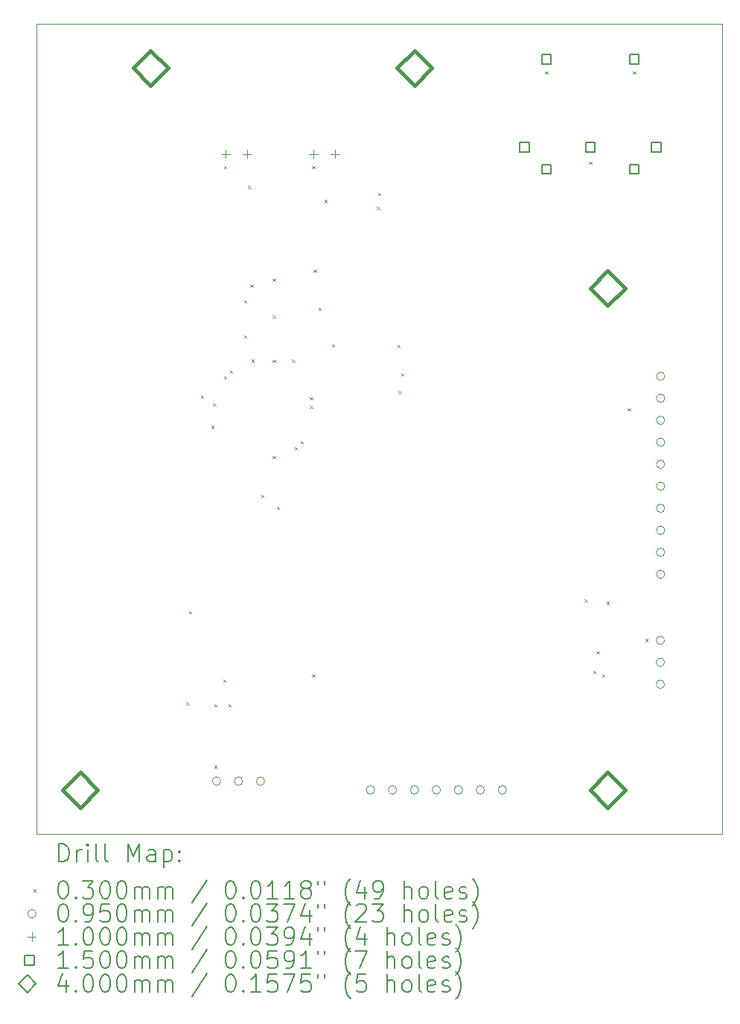
<source format=gbr>
%TF.GenerationSoftware,KiCad,Pcbnew,8.0.8*%
%TF.CreationDate,2025-04-28T15:07:54+02:00*%
%TF.ProjectId,PCB_V1,5043425f-5631-42e6-9b69-6361645f7063,rev?*%
%TF.SameCoordinates,Original*%
%TF.FileFunction,Drillmap*%
%TF.FilePolarity,Positive*%
%FSLAX45Y45*%
G04 Gerber Fmt 4.5, Leading zero omitted, Abs format (unit mm)*
G04 Created by KiCad (PCBNEW 8.0.8) date 2025-04-28 15:07:54*
%MOMM*%
%LPD*%
G01*
G04 APERTURE LIST*
%ADD10C,0.050000*%
%ADD11C,0.200000*%
%ADD12C,0.100000*%
%ADD13C,0.150000*%
%ADD14C,0.400000*%
G04 APERTURE END LIST*
D10*
X4500000Y-13600000D02*
X12300000Y-13600000D01*
X12300000Y-13600000D02*
X12300000Y-4400000D01*
X4500000Y-13600000D02*
X4500000Y-4400000D01*
X4500000Y-4400000D02*
X12300000Y-4400000D01*
D11*
D12*
X6205000Y-12105000D02*
X6235000Y-12135000D01*
X6235000Y-12105000D02*
X6205000Y-12135000D01*
X6237000Y-11065000D02*
X6267000Y-11095000D01*
X6267000Y-11065000D02*
X6237000Y-11095000D01*
X6370000Y-8620000D02*
X6400000Y-8650000D01*
X6400000Y-8620000D02*
X6370000Y-8650000D01*
X6487500Y-8964000D02*
X6517500Y-8994000D01*
X6517500Y-8964000D02*
X6487500Y-8994000D01*
X6510000Y-8710000D02*
X6540000Y-8740000D01*
X6540000Y-8710000D02*
X6510000Y-8740000D01*
X6525000Y-12125000D02*
X6555000Y-12155000D01*
X6555000Y-12125000D02*
X6525000Y-12155000D01*
X6525000Y-12825000D02*
X6555000Y-12855000D01*
X6555000Y-12825000D02*
X6525000Y-12855000D01*
X6625000Y-11845000D02*
X6655000Y-11875000D01*
X6655000Y-11845000D02*
X6625000Y-11875000D01*
X6633559Y-8397941D02*
X6663559Y-8427941D01*
X6663559Y-8397941D02*
X6633559Y-8427941D01*
X6635000Y-6010000D02*
X6665000Y-6040000D01*
X6665000Y-6010000D02*
X6635000Y-6040000D01*
X6685000Y-12125000D02*
X6715000Y-12155000D01*
X6715000Y-12125000D02*
X6685000Y-12155000D01*
X6701441Y-8330059D02*
X6731441Y-8360059D01*
X6731441Y-8330059D02*
X6701441Y-8360059D01*
X6860000Y-7535000D02*
X6890000Y-7565000D01*
X6890000Y-7535000D02*
X6860000Y-7565000D01*
X6860000Y-7935000D02*
X6890000Y-7965000D01*
X6890000Y-7935000D02*
X6860000Y-7965000D01*
X6910000Y-6235000D02*
X6940000Y-6265000D01*
X6940000Y-6235000D02*
X6910000Y-6265000D01*
X6935000Y-7360000D02*
X6965000Y-7390000D01*
X6965000Y-7360000D02*
X6935000Y-7390000D01*
X6947500Y-8210000D02*
X6977500Y-8240000D01*
X6977500Y-8210000D02*
X6947500Y-8240000D01*
X7057500Y-9744000D02*
X7087500Y-9774000D01*
X7087500Y-9744000D02*
X7057500Y-9774000D01*
X7187500Y-8212500D02*
X7217500Y-8242500D01*
X7217500Y-8212500D02*
X7187500Y-8242500D01*
X7187500Y-9304000D02*
X7217500Y-9334000D01*
X7217500Y-9304000D02*
X7187500Y-9334000D01*
X7190000Y-7290000D02*
X7220000Y-7320000D01*
X7220000Y-7290000D02*
X7190000Y-7320000D01*
X7190000Y-7710000D02*
X7220000Y-7740000D01*
X7220000Y-7710000D02*
X7190000Y-7740000D01*
X7235000Y-9880000D02*
X7265000Y-9910000D01*
X7265000Y-9880000D02*
X7235000Y-9910000D01*
X7410000Y-8210000D02*
X7440000Y-8240000D01*
X7440000Y-8210000D02*
X7410000Y-8240000D01*
X7438559Y-9202941D02*
X7468559Y-9232941D01*
X7468559Y-9202941D02*
X7438559Y-9232941D01*
X7506441Y-9135059D02*
X7536441Y-9165059D01*
X7536441Y-9135059D02*
X7506441Y-9165059D01*
X7610000Y-8635000D02*
X7640000Y-8665000D01*
X7640000Y-8635000D02*
X7610000Y-8665000D01*
X7610000Y-8735000D02*
X7640000Y-8765000D01*
X7640000Y-8735000D02*
X7610000Y-8765000D01*
X7635000Y-6010000D02*
X7665000Y-6040000D01*
X7665000Y-6010000D02*
X7635000Y-6040000D01*
X7635000Y-11785000D02*
X7665000Y-11815000D01*
X7665000Y-11785000D02*
X7635000Y-11815000D01*
X7655000Y-7190000D02*
X7685000Y-7220000D01*
X7685000Y-7190000D02*
X7655000Y-7220000D01*
X7710000Y-7620000D02*
X7740000Y-7650000D01*
X7740000Y-7620000D02*
X7710000Y-7650000D01*
X7776250Y-6396250D02*
X7806250Y-6426250D01*
X7806250Y-6396250D02*
X7776250Y-6426250D01*
X7860000Y-8035000D02*
X7890000Y-8065000D01*
X7890000Y-8035000D02*
X7860000Y-8065000D01*
X8372500Y-6472500D02*
X8402500Y-6502500D01*
X8402500Y-6472500D02*
X8372500Y-6502500D01*
X8385000Y-6315000D02*
X8415000Y-6345000D01*
X8415000Y-6315000D02*
X8385000Y-6345000D01*
X8607500Y-8044000D02*
X8637500Y-8074000D01*
X8637500Y-8044000D02*
X8607500Y-8074000D01*
X8617500Y-8564000D02*
X8647500Y-8594000D01*
X8647500Y-8564000D02*
X8617500Y-8594000D01*
X8647500Y-8364000D02*
X8677500Y-8394000D01*
X8677500Y-8364000D02*
X8647500Y-8394000D01*
X10285000Y-4935000D02*
X10315000Y-4965000D01*
X10315000Y-4935000D02*
X10285000Y-4965000D01*
X10735000Y-10935000D02*
X10765000Y-10965000D01*
X10765000Y-10935000D02*
X10735000Y-10965000D01*
X10785000Y-5960000D02*
X10815000Y-5990000D01*
X10815000Y-5960000D02*
X10785000Y-5990000D01*
X10834000Y-11745000D02*
X10864000Y-11775000D01*
X10864000Y-11745000D02*
X10834000Y-11775000D01*
X10872500Y-11522500D02*
X10902500Y-11552500D01*
X10902500Y-11522500D02*
X10872500Y-11552500D01*
X10935000Y-11785000D02*
X10965000Y-11815000D01*
X10965000Y-11785000D02*
X10935000Y-11815000D01*
X10985000Y-10960000D02*
X11015000Y-10990000D01*
X11015000Y-10960000D02*
X10985000Y-10990000D01*
X11225000Y-8765000D02*
X11255000Y-8795000D01*
X11255000Y-8765000D02*
X11225000Y-8795000D01*
X11285000Y-4935000D02*
X11315000Y-4965000D01*
X11315000Y-4935000D02*
X11285000Y-4965000D01*
X11425000Y-11385000D02*
X11455000Y-11415000D01*
X11455000Y-11385000D02*
X11425000Y-11415000D01*
X6597500Y-13000000D02*
G75*
G02*
X6502500Y-13000000I-47500J0D01*
G01*
X6502500Y-13000000D02*
G75*
G02*
X6597500Y-13000000I47500J0D01*
G01*
X6847500Y-13000000D02*
G75*
G02*
X6752500Y-13000000I-47500J0D01*
G01*
X6752500Y-13000000D02*
G75*
G02*
X6847500Y-13000000I47500J0D01*
G01*
X7097500Y-13000000D02*
G75*
G02*
X7002500Y-13000000I-47500J0D01*
G01*
X7002500Y-13000000D02*
G75*
G02*
X7097500Y-13000000I47500J0D01*
G01*
X8347500Y-13100000D02*
G75*
G02*
X8252500Y-13100000I-47500J0D01*
G01*
X8252500Y-13100000D02*
G75*
G02*
X8347500Y-13100000I47500J0D01*
G01*
X8597500Y-13100000D02*
G75*
G02*
X8502500Y-13100000I-47500J0D01*
G01*
X8502500Y-13100000D02*
G75*
G02*
X8597500Y-13100000I47500J0D01*
G01*
X8847500Y-13100000D02*
G75*
G02*
X8752500Y-13100000I-47500J0D01*
G01*
X8752500Y-13100000D02*
G75*
G02*
X8847500Y-13100000I47500J0D01*
G01*
X9097500Y-13100000D02*
G75*
G02*
X9002500Y-13100000I-47500J0D01*
G01*
X9002500Y-13100000D02*
G75*
G02*
X9097500Y-13100000I47500J0D01*
G01*
X9347500Y-13100000D02*
G75*
G02*
X9252500Y-13100000I-47500J0D01*
G01*
X9252500Y-13100000D02*
G75*
G02*
X9347500Y-13100000I47500J0D01*
G01*
X9597500Y-13100000D02*
G75*
G02*
X9502500Y-13100000I-47500J0D01*
G01*
X9502500Y-13100000D02*
G75*
G02*
X9597500Y-13100000I47500J0D01*
G01*
X9847500Y-13100000D02*
G75*
G02*
X9752500Y-13100000I-47500J0D01*
G01*
X9752500Y-13100000D02*
G75*
G02*
X9847500Y-13100000I47500J0D01*
G01*
X11645000Y-11400000D02*
G75*
G02*
X11550000Y-11400000I-47500J0D01*
G01*
X11550000Y-11400000D02*
G75*
G02*
X11645000Y-11400000I47500J0D01*
G01*
X11645000Y-11650000D02*
G75*
G02*
X11550000Y-11650000I-47500J0D01*
G01*
X11550000Y-11650000D02*
G75*
G02*
X11645000Y-11650000I47500J0D01*
G01*
X11645000Y-11900000D02*
G75*
G02*
X11550000Y-11900000I-47500J0D01*
G01*
X11550000Y-11900000D02*
G75*
G02*
X11645000Y-11900000I47500J0D01*
G01*
X11647500Y-8400000D02*
G75*
G02*
X11552500Y-8400000I-47500J0D01*
G01*
X11552500Y-8400000D02*
G75*
G02*
X11647500Y-8400000I47500J0D01*
G01*
X11647500Y-8650000D02*
G75*
G02*
X11552500Y-8650000I-47500J0D01*
G01*
X11552500Y-8650000D02*
G75*
G02*
X11647500Y-8650000I47500J0D01*
G01*
X11647500Y-8900000D02*
G75*
G02*
X11552500Y-8900000I-47500J0D01*
G01*
X11552500Y-8900000D02*
G75*
G02*
X11647500Y-8900000I47500J0D01*
G01*
X11647500Y-9150000D02*
G75*
G02*
X11552500Y-9150000I-47500J0D01*
G01*
X11552500Y-9150000D02*
G75*
G02*
X11647500Y-9150000I47500J0D01*
G01*
X11647500Y-9400000D02*
G75*
G02*
X11552500Y-9400000I-47500J0D01*
G01*
X11552500Y-9400000D02*
G75*
G02*
X11647500Y-9400000I47500J0D01*
G01*
X11647500Y-9650000D02*
G75*
G02*
X11552500Y-9650000I-47500J0D01*
G01*
X11552500Y-9650000D02*
G75*
G02*
X11647500Y-9650000I47500J0D01*
G01*
X11647500Y-9900000D02*
G75*
G02*
X11552500Y-9900000I-47500J0D01*
G01*
X11552500Y-9900000D02*
G75*
G02*
X11647500Y-9900000I47500J0D01*
G01*
X11647500Y-10150000D02*
G75*
G02*
X11552500Y-10150000I-47500J0D01*
G01*
X11552500Y-10150000D02*
G75*
G02*
X11647500Y-10150000I47500J0D01*
G01*
X11647500Y-10400000D02*
G75*
G02*
X11552500Y-10400000I-47500J0D01*
G01*
X11552500Y-10400000D02*
G75*
G02*
X11647500Y-10400000I47500J0D01*
G01*
X11647500Y-10650000D02*
G75*
G02*
X11552500Y-10650000I-47500J0D01*
G01*
X11552500Y-10650000D02*
G75*
G02*
X11647500Y-10650000I47500J0D01*
G01*
X6650000Y-5825000D02*
X6650000Y-5925000D01*
X6600000Y-5875000D02*
X6700000Y-5875000D01*
X6900000Y-5825000D02*
X6900000Y-5925000D01*
X6850000Y-5875000D02*
X6950000Y-5875000D01*
X7650000Y-5825000D02*
X7650000Y-5925000D01*
X7600000Y-5875000D02*
X7700000Y-5875000D01*
X7900000Y-5825000D02*
X7900000Y-5925000D01*
X7850000Y-5875000D02*
X7950000Y-5875000D01*
D13*
X10103034Y-5853033D02*
X10103034Y-5746966D01*
X9996967Y-5746966D01*
X9996967Y-5853033D01*
X10103034Y-5853033D01*
X10353034Y-4853034D02*
X10353034Y-4746967D01*
X10246967Y-4746967D01*
X10246967Y-4853034D01*
X10353034Y-4853034D01*
X10353034Y-6103033D02*
X10353034Y-5996966D01*
X10246967Y-5996966D01*
X10246967Y-6103033D01*
X10353034Y-6103033D01*
X10853034Y-5853033D02*
X10853034Y-5746966D01*
X10746967Y-5746966D01*
X10746967Y-5853033D01*
X10853034Y-5853033D01*
X11353033Y-4853034D02*
X11353033Y-4746967D01*
X11246966Y-4746967D01*
X11246966Y-4853034D01*
X11353033Y-4853034D01*
X11353033Y-6103033D02*
X11353033Y-5996966D01*
X11246966Y-5996966D01*
X11246966Y-6103033D01*
X11353033Y-6103033D01*
X11603033Y-5853033D02*
X11603033Y-5746966D01*
X11496966Y-5746966D01*
X11496966Y-5853033D01*
X11603033Y-5853033D01*
D14*
X5000000Y-13300000D02*
X5200000Y-13100000D01*
X5000000Y-12900000D01*
X4800000Y-13100000D01*
X5000000Y-13300000D01*
X5800000Y-5100000D02*
X6000000Y-4900000D01*
X5800000Y-4700000D01*
X5600000Y-4900000D01*
X5800000Y-5100000D01*
X8800000Y-5100000D02*
X9000000Y-4900000D01*
X8800000Y-4700000D01*
X8600000Y-4900000D01*
X8800000Y-5100000D01*
X11000000Y-7600000D02*
X11200000Y-7400000D01*
X11000000Y-7200000D01*
X10800000Y-7400000D01*
X11000000Y-7600000D01*
X11000000Y-13300000D02*
X11200000Y-13100000D01*
X11000000Y-12900000D01*
X10800000Y-13100000D01*
X11000000Y-13300000D01*
D11*
X4758277Y-13913984D02*
X4758277Y-13713984D01*
X4758277Y-13713984D02*
X4805896Y-13713984D01*
X4805896Y-13713984D02*
X4834467Y-13723508D01*
X4834467Y-13723508D02*
X4853515Y-13742555D01*
X4853515Y-13742555D02*
X4863039Y-13761603D01*
X4863039Y-13761603D02*
X4872563Y-13799698D01*
X4872563Y-13799698D02*
X4872563Y-13828269D01*
X4872563Y-13828269D02*
X4863039Y-13866365D01*
X4863039Y-13866365D02*
X4853515Y-13885412D01*
X4853515Y-13885412D02*
X4834467Y-13904460D01*
X4834467Y-13904460D02*
X4805896Y-13913984D01*
X4805896Y-13913984D02*
X4758277Y-13913984D01*
X4958277Y-13913984D02*
X4958277Y-13780650D01*
X4958277Y-13818746D02*
X4967801Y-13799698D01*
X4967801Y-13799698D02*
X4977324Y-13790174D01*
X4977324Y-13790174D02*
X4996372Y-13780650D01*
X4996372Y-13780650D02*
X5015420Y-13780650D01*
X5082086Y-13913984D02*
X5082086Y-13780650D01*
X5082086Y-13713984D02*
X5072563Y-13723508D01*
X5072563Y-13723508D02*
X5082086Y-13733031D01*
X5082086Y-13733031D02*
X5091610Y-13723508D01*
X5091610Y-13723508D02*
X5082086Y-13713984D01*
X5082086Y-13713984D02*
X5082086Y-13733031D01*
X5205896Y-13913984D02*
X5186848Y-13904460D01*
X5186848Y-13904460D02*
X5177324Y-13885412D01*
X5177324Y-13885412D02*
X5177324Y-13713984D01*
X5310658Y-13913984D02*
X5291610Y-13904460D01*
X5291610Y-13904460D02*
X5282086Y-13885412D01*
X5282086Y-13885412D02*
X5282086Y-13713984D01*
X5539229Y-13913984D02*
X5539229Y-13713984D01*
X5539229Y-13713984D02*
X5605896Y-13856841D01*
X5605896Y-13856841D02*
X5672562Y-13713984D01*
X5672562Y-13713984D02*
X5672562Y-13913984D01*
X5853515Y-13913984D02*
X5853515Y-13809222D01*
X5853515Y-13809222D02*
X5843991Y-13790174D01*
X5843991Y-13790174D02*
X5824943Y-13780650D01*
X5824943Y-13780650D02*
X5786848Y-13780650D01*
X5786848Y-13780650D02*
X5767801Y-13790174D01*
X5853515Y-13904460D02*
X5834467Y-13913984D01*
X5834467Y-13913984D02*
X5786848Y-13913984D01*
X5786848Y-13913984D02*
X5767801Y-13904460D01*
X5767801Y-13904460D02*
X5758277Y-13885412D01*
X5758277Y-13885412D02*
X5758277Y-13866365D01*
X5758277Y-13866365D02*
X5767801Y-13847317D01*
X5767801Y-13847317D02*
X5786848Y-13837793D01*
X5786848Y-13837793D02*
X5834467Y-13837793D01*
X5834467Y-13837793D02*
X5853515Y-13828269D01*
X5948753Y-13780650D02*
X5948753Y-13980650D01*
X5948753Y-13790174D02*
X5967801Y-13780650D01*
X5967801Y-13780650D02*
X6005896Y-13780650D01*
X6005896Y-13780650D02*
X6024943Y-13790174D01*
X6024943Y-13790174D02*
X6034467Y-13799698D01*
X6034467Y-13799698D02*
X6043991Y-13818746D01*
X6043991Y-13818746D02*
X6043991Y-13875888D01*
X6043991Y-13875888D02*
X6034467Y-13894936D01*
X6034467Y-13894936D02*
X6024943Y-13904460D01*
X6024943Y-13904460D02*
X6005896Y-13913984D01*
X6005896Y-13913984D02*
X5967801Y-13913984D01*
X5967801Y-13913984D02*
X5948753Y-13904460D01*
X6129705Y-13894936D02*
X6139229Y-13904460D01*
X6139229Y-13904460D02*
X6129705Y-13913984D01*
X6129705Y-13913984D02*
X6120182Y-13904460D01*
X6120182Y-13904460D02*
X6129705Y-13894936D01*
X6129705Y-13894936D02*
X6129705Y-13913984D01*
X6129705Y-13790174D02*
X6139229Y-13799698D01*
X6139229Y-13799698D02*
X6129705Y-13809222D01*
X6129705Y-13809222D02*
X6120182Y-13799698D01*
X6120182Y-13799698D02*
X6129705Y-13790174D01*
X6129705Y-13790174D02*
X6129705Y-13809222D01*
D12*
X4467500Y-14227500D02*
X4497500Y-14257500D01*
X4497500Y-14227500D02*
X4467500Y-14257500D01*
D11*
X4796372Y-14133984D02*
X4815420Y-14133984D01*
X4815420Y-14133984D02*
X4834467Y-14143508D01*
X4834467Y-14143508D02*
X4843991Y-14153031D01*
X4843991Y-14153031D02*
X4853515Y-14172079D01*
X4853515Y-14172079D02*
X4863039Y-14210174D01*
X4863039Y-14210174D02*
X4863039Y-14257793D01*
X4863039Y-14257793D02*
X4853515Y-14295888D01*
X4853515Y-14295888D02*
X4843991Y-14314936D01*
X4843991Y-14314936D02*
X4834467Y-14324460D01*
X4834467Y-14324460D02*
X4815420Y-14333984D01*
X4815420Y-14333984D02*
X4796372Y-14333984D01*
X4796372Y-14333984D02*
X4777324Y-14324460D01*
X4777324Y-14324460D02*
X4767801Y-14314936D01*
X4767801Y-14314936D02*
X4758277Y-14295888D01*
X4758277Y-14295888D02*
X4748753Y-14257793D01*
X4748753Y-14257793D02*
X4748753Y-14210174D01*
X4748753Y-14210174D02*
X4758277Y-14172079D01*
X4758277Y-14172079D02*
X4767801Y-14153031D01*
X4767801Y-14153031D02*
X4777324Y-14143508D01*
X4777324Y-14143508D02*
X4796372Y-14133984D01*
X4948753Y-14314936D02*
X4958277Y-14324460D01*
X4958277Y-14324460D02*
X4948753Y-14333984D01*
X4948753Y-14333984D02*
X4939229Y-14324460D01*
X4939229Y-14324460D02*
X4948753Y-14314936D01*
X4948753Y-14314936D02*
X4948753Y-14333984D01*
X5024944Y-14133984D02*
X5148753Y-14133984D01*
X5148753Y-14133984D02*
X5082086Y-14210174D01*
X5082086Y-14210174D02*
X5110658Y-14210174D01*
X5110658Y-14210174D02*
X5129705Y-14219698D01*
X5129705Y-14219698D02*
X5139229Y-14229222D01*
X5139229Y-14229222D02*
X5148753Y-14248269D01*
X5148753Y-14248269D02*
X5148753Y-14295888D01*
X5148753Y-14295888D02*
X5139229Y-14314936D01*
X5139229Y-14314936D02*
X5129705Y-14324460D01*
X5129705Y-14324460D02*
X5110658Y-14333984D01*
X5110658Y-14333984D02*
X5053515Y-14333984D01*
X5053515Y-14333984D02*
X5034467Y-14324460D01*
X5034467Y-14324460D02*
X5024944Y-14314936D01*
X5272563Y-14133984D02*
X5291610Y-14133984D01*
X5291610Y-14133984D02*
X5310658Y-14143508D01*
X5310658Y-14143508D02*
X5320182Y-14153031D01*
X5320182Y-14153031D02*
X5329705Y-14172079D01*
X5329705Y-14172079D02*
X5339229Y-14210174D01*
X5339229Y-14210174D02*
X5339229Y-14257793D01*
X5339229Y-14257793D02*
X5329705Y-14295888D01*
X5329705Y-14295888D02*
X5320182Y-14314936D01*
X5320182Y-14314936D02*
X5310658Y-14324460D01*
X5310658Y-14324460D02*
X5291610Y-14333984D01*
X5291610Y-14333984D02*
X5272563Y-14333984D01*
X5272563Y-14333984D02*
X5253515Y-14324460D01*
X5253515Y-14324460D02*
X5243991Y-14314936D01*
X5243991Y-14314936D02*
X5234467Y-14295888D01*
X5234467Y-14295888D02*
X5224944Y-14257793D01*
X5224944Y-14257793D02*
X5224944Y-14210174D01*
X5224944Y-14210174D02*
X5234467Y-14172079D01*
X5234467Y-14172079D02*
X5243991Y-14153031D01*
X5243991Y-14153031D02*
X5253515Y-14143508D01*
X5253515Y-14143508D02*
X5272563Y-14133984D01*
X5463039Y-14133984D02*
X5482086Y-14133984D01*
X5482086Y-14133984D02*
X5501134Y-14143508D01*
X5501134Y-14143508D02*
X5510658Y-14153031D01*
X5510658Y-14153031D02*
X5520182Y-14172079D01*
X5520182Y-14172079D02*
X5529705Y-14210174D01*
X5529705Y-14210174D02*
X5529705Y-14257793D01*
X5529705Y-14257793D02*
X5520182Y-14295888D01*
X5520182Y-14295888D02*
X5510658Y-14314936D01*
X5510658Y-14314936D02*
X5501134Y-14324460D01*
X5501134Y-14324460D02*
X5482086Y-14333984D01*
X5482086Y-14333984D02*
X5463039Y-14333984D01*
X5463039Y-14333984D02*
X5443991Y-14324460D01*
X5443991Y-14324460D02*
X5434467Y-14314936D01*
X5434467Y-14314936D02*
X5424944Y-14295888D01*
X5424944Y-14295888D02*
X5415420Y-14257793D01*
X5415420Y-14257793D02*
X5415420Y-14210174D01*
X5415420Y-14210174D02*
X5424944Y-14172079D01*
X5424944Y-14172079D02*
X5434467Y-14153031D01*
X5434467Y-14153031D02*
X5443991Y-14143508D01*
X5443991Y-14143508D02*
X5463039Y-14133984D01*
X5615420Y-14333984D02*
X5615420Y-14200650D01*
X5615420Y-14219698D02*
X5624943Y-14210174D01*
X5624943Y-14210174D02*
X5643991Y-14200650D01*
X5643991Y-14200650D02*
X5672563Y-14200650D01*
X5672563Y-14200650D02*
X5691610Y-14210174D01*
X5691610Y-14210174D02*
X5701134Y-14229222D01*
X5701134Y-14229222D02*
X5701134Y-14333984D01*
X5701134Y-14229222D02*
X5710658Y-14210174D01*
X5710658Y-14210174D02*
X5729705Y-14200650D01*
X5729705Y-14200650D02*
X5758277Y-14200650D01*
X5758277Y-14200650D02*
X5777324Y-14210174D01*
X5777324Y-14210174D02*
X5786848Y-14229222D01*
X5786848Y-14229222D02*
X5786848Y-14333984D01*
X5882086Y-14333984D02*
X5882086Y-14200650D01*
X5882086Y-14219698D02*
X5891610Y-14210174D01*
X5891610Y-14210174D02*
X5910658Y-14200650D01*
X5910658Y-14200650D02*
X5939229Y-14200650D01*
X5939229Y-14200650D02*
X5958277Y-14210174D01*
X5958277Y-14210174D02*
X5967801Y-14229222D01*
X5967801Y-14229222D02*
X5967801Y-14333984D01*
X5967801Y-14229222D02*
X5977324Y-14210174D01*
X5977324Y-14210174D02*
X5996372Y-14200650D01*
X5996372Y-14200650D02*
X6024943Y-14200650D01*
X6024943Y-14200650D02*
X6043991Y-14210174D01*
X6043991Y-14210174D02*
X6053515Y-14229222D01*
X6053515Y-14229222D02*
X6053515Y-14333984D01*
X6443991Y-14124460D02*
X6272563Y-14381603D01*
X6701134Y-14133984D02*
X6720182Y-14133984D01*
X6720182Y-14133984D02*
X6739229Y-14143508D01*
X6739229Y-14143508D02*
X6748753Y-14153031D01*
X6748753Y-14153031D02*
X6758277Y-14172079D01*
X6758277Y-14172079D02*
X6767801Y-14210174D01*
X6767801Y-14210174D02*
X6767801Y-14257793D01*
X6767801Y-14257793D02*
X6758277Y-14295888D01*
X6758277Y-14295888D02*
X6748753Y-14314936D01*
X6748753Y-14314936D02*
X6739229Y-14324460D01*
X6739229Y-14324460D02*
X6720182Y-14333984D01*
X6720182Y-14333984D02*
X6701134Y-14333984D01*
X6701134Y-14333984D02*
X6682086Y-14324460D01*
X6682086Y-14324460D02*
X6672563Y-14314936D01*
X6672563Y-14314936D02*
X6663039Y-14295888D01*
X6663039Y-14295888D02*
X6653515Y-14257793D01*
X6653515Y-14257793D02*
X6653515Y-14210174D01*
X6653515Y-14210174D02*
X6663039Y-14172079D01*
X6663039Y-14172079D02*
X6672563Y-14153031D01*
X6672563Y-14153031D02*
X6682086Y-14143508D01*
X6682086Y-14143508D02*
X6701134Y-14133984D01*
X6853515Y-14314936D02*
X6863039Y-14324460D01*
X6863039Y-14324460D02*
X6853515Y-14333984D01*
X6853515Y-14333984D02*
X6843991Y-14324460D01*
X6843991Y-14324460D02*
X6853515Y-14314936D01*
X6853515Y-14314936D02*
X6853515Y-14333984D01*
X6986848Y-14133984D02*
X7005896Y-14133984D01*
X7005896Y-14133984D02*
X7024944Y-14143508D01*
X7024944Y-14143508D02*
X7034467Y-14153031D01*
X7034467Y-14153031D02*
X7043991Y-14172079D01*
X7043991Y-14172079D02*
X7053515Y-14210174D01*
X7053515Y-14210174D02*
X7053515Y-14257793D01*
X7053515Y-14257793D02*
X7043991Y-14295888D01*
X7043991Y-14295888D02*
X7034467Y-14314936D01*
X7034467Y-14314936D02*
X7024944Y-14324460D01*
X7024944Y-14324460D02*
X7005896Y-14333984D01*
X7005896Y-14333984D02*
X6986848Y-14333984D01*
X6986848Y-14333984D02*
X6967801Y-14324460D01*
X6967801Y-14324460D02*
X6958277Y-14314936D01*
X6958277Y-14314936D02*
X6948753Y-14295888D01*
X6948753Y-14295888D02*
X6939229Y-14257793D01*
X6939229Y-14257793D02*
X6939229Y-14210174D01*
X6939229Y-14210174D02*
X6948753Y-14172079D01*
X6948753Y-14172079D02*
X6958277Y-14153031D01*
X6958277Y-14153031D02*
X6967801Y-14143508D01*
X6967801Y-14143508D02*
X6986848Y-14133984D01*
X7243991Y-14333984D02*
X7129706Y-14333984D01*
X7186848Y-14333984D02*
X7186848Y-14133984D01*
X7186848Y-14133984D02*
X7167801Y-14162555D01*
X7167801Y-14162555D02*
X7148753Y-14181603D01*
X7148753Y-14181603D02*
X7129706Y-14191127D01*
X7434467Y-14333984D02*
X7320182Y-14333984D01*
X7377325Y-14333984D02*
X7377325Y-14133984D01*
X7377325Y-14133984D02*
X7358277Y-14162555D01*
X7358277Y-14162555D02*
X7339229Y-14181603D01*
X7339229Y-14181603D02*
X7320182Y-14191127D01*
X7548753Y-14219698D02*
X7529706Y-14210174D01*
X7529706Y-14210174D02*
X7520182Y-14200650D01*
X7520182Y-14200650D02*
X7510658Y-14181603D01*
X7510658Y-14181603D02*
X7510658Y-14172079D01*
X7510658Y-14172079D02*
X7520182Y-14153031D01*
X7520182Y-14153031D02*
X7529706Y-14143508D01*
X7529706Y-14143508D02*
X7548753Y-14133984D01*
X7548753Y-14133984D02*
X7586848Y-14133984D01*
X7586848Y-14133984D02*
X7605896Y-14143508D01*
X7605896Y-14143508D02*
X7615420Y-14153031D01*
X7615420Y-14153031D02*
X7624944Y-14172079D01*
X7624944Y-14172079D02*
X7624944Y-14181603D01*
X7624944Y-14181603D02*
X7615420Y-14200650D01*
X7615420Y-14200650D02*
X7605896Y-14210174D01*
X7605896Y-14210174D02*
X7586848Y-14219698D01*
X7586848Y-14219698D02*
X7548753Y-14219698D01*
X7548753Y-14219698D02*
X7529706Y-14229222D01*
X7529706Y-14229222D02*
X7520182Y-14238746D01*
X7520182Y-14238746D02*
X7510658Y-14257793D01*
X7510658Y-14257793D02*
X7510658Y-14295888D01*
X7510658Y-14295888D02*
X7520182Y-14314936D01*
X7520182Y-14314936D02*
X7529706Y-14324460D01*
X7529706Y-14324460D02*
X7548753Y-14333984D01*
X7548753Y-14333984D02*
X7586848Y-14333984D01*
X7586848Y-14333984D02*
X7605896Y-14324460D01*
X7605896Y-14324460D02*
X7615420Y-14314936D01*
X7615420Y-14314936D02*
X7624944Y-14295888D01*
X7624944Y-14295888D02*
X7624944Y-14257793D01*
X7624944Y-14257793D02*
X7615420Y-14238746D01*
X7615420Y-14238746D02*
X7605896Y-14229222D01*
X7605896Y-14229222D02*
X7586848Y-14219698D01*
X7701134Y-14133984D02*
X7701134Y-14172079D01*
X7777325Y-14133984D02*
X7777325Y-14172079D01*
X8072563Y-14410174D02*
X8063039Y-14400650D01*
X8063039Y-14400650D02*
X8043991Y-14372079D01*
X8043991Y-14372079D02*
X8034468Y-14353031D01*
X8034468Y-14353031D02*
X8024944Y-14324460D01*
X8024944Y-14324460D02*
X8015420Y-14276841D01*
X8015420Y-14276841D02*
X8015420Y-14238746D01*
X8015420Y-14238746D02*
X8024944Y-14191127D01*
X8024944Y-14191127D02*
X8034468Y-14162555D01*
X8034468Y-14162555D02*
X8043991Y-14143508D01*
X8043991Y-14143508D02*
X8063039Y-14114936D01*
X8063039Y-14114936D02*
X8072563Y-14105412D01*
X8234468Y-14200650D02*
X8234468Y-14333984D01*
X8186848Y-14124460D02*
X8139229Y-14267317D01*
X8139229Y-14267317D02*
X8263039Y-14267317D01*
X8348753Y-14333984D02*
X8386848Y-14333984D01*
X8386848Y-14333984D02*
X8405896Y-14324460D01*
X8405896Y-14324460D02*
X8415420Y-14314936D01*
X8415420Y-14314936D02*
X8434468Y-14286365D01*
X8434468Y-14286365D02*
X8443991Y-14248269D01*
X8443991Y-14248269D02*
X8443991Y-14172079D01*
X8443991Y-14172079D02*
X8434468Y-14153031D01*
X8434468Y-14153031D02*
X8424944Y-14143508D01*
X8424944Y-14143508D02*
X8405896Y-14133984D01*
X8405896Y-14133984D02*
X8367801Y-14133984D01*
X8367801Y-14133984D02*
X8348753Y-14143508D01*
X8348753Y-14143508D02*
X8339229Y-14153031D01*
X8339229Y-14153031D02*
X8329706Y-14172079D01*
X8329706Y-14172079D02*
X8329706Y-14219698D01*
X8329706Y-14219698D02*
X8339229Y-14238746D01*
X8339229Y-14238746D02*
X8348753Y-14248269D01*
X8348753Y-14248269D02*
X8367801Y-14257793D01*
X8367801Y-14257793D02*
X8405896Y-14257793D01*
X8405896Y-14257793D02*
X8424944Y-14248269D01*
X8424944Y-14248269D02*
X8434468Y-14238746D01*
X8434468Y-14238746D02*
X8443991Y-14219698D01*
X8682087Y-14333984D02*
X8682087Y-14133984D01*
X8767801Y-14333984D02*
X8767801Y-14229222D01*
X8767801Y-14229222D02*
X8758277Y-14210174D01*
X8758277Y-14210174D02*
X8739230Y-14200650D01*
X8739230Y-14200650D02*
X8710658Y-14200650D01*
X8710658Y-14200650D02*
X8691611Y-14210174D01*
X8691611Y-14210174D02*
X8682087Y-14219698D01*
X8891611Y-14333984D02*
X8872563Y-14324460D01*
X8872563Y-14324460D02*
X8863039Y-14314936D01*
X8863039Y-14314936D02*
X8853515Y-14295888D01*
X8853515Y-14295888D02*
X8853515Y-14238746D01*
X8853515Y-14238746D02*
X8863039Y-14219698D01*
X8863039Y-14219698D02*
X8872563Y-14210174D01*
X8872563Y-14210174D02*
X8891611Y-14200650D01*
X8891611Y-14200650D02*
X8920182Y-14200650D01*
X8920182Y-14200650D02*
X8939230Y-14210174D01*
X8939230Y-14210174D02*
X8948753Y-14219698D01*
X8948753Y-14219698D02*
X8958277Y-14238746D01*
X8958277Y-14238746D02*
X8958277Y-14295888D01*
X8958277Y-14295888D02*
X8948753Y-14314936D01*
X8948753Y-14314936D02*
X8939230Y-14324460D01*
X8939230Y-14324460D02*
X8920182Y-14333984D01*
X8920182Y-14333984D02*
X8891611Y-14333984D01*
X9072563Y-14333984D02*
X9053515Y-14324460D01*
X9053515Y-14324460D02*
X9043992Y-14305412D01*
X9043992Y-14305412D02*
X9043992Y-14133984D01*
X9224944Y-14324460D02*
X9205896Y-14333984D01*
X9205896Y-14333984D02*
X9167801Y-14333984D01*
X9167801Y-14333984D02*
X9148753Y-14324460D01*
X9148753Y-14324460D02*
X9139230Y-14305412D01*
X9139230Y-14305412D02*
X9139230Y-14229222D01*
X9139230Y-14229222D02*
X9148753Y-14210174D01*
X9148753Y-14210174D02*
X9167801Y-14200650D01*
X9167801Y-14200650D02*
X9205896Y-14200650D01*
X9205896Y-14200650D02*
X9224944Y-14210174D01*
X9224944Y-14210174D02*
X9234468Y-14229222D01*
X9234468Y-14229222D02*
X9234468Y-14248269D01*
X9234468Y-14248269D02*
X9139230Y-14267317D01*
X9310658Y-14324460D02*
X9329706Y-14333984D01*
X9329706Y-14333984D02*
X9367801Y-14333984D01*
X9367801Y-14333984D02*
X9386849Y-14324460D01*
X9386849Y-14324460D02*
X9396373Y-14305412D01*
X9396373Y-14305412D02*
X9396373Y-14295888D01*
X9396373Y-14295888D02*
X9386849Y-14276841D01*
X9386849Y-14276841D02*
X9367801Y-14267317D01*
X9367801Y-14267317D02*
X9339230Y-14267317D01*
X9339230Y-14267317D02*
X9320182Y-14257793D01*
X9320182Y-14257793D02*
X9310658Y-14238746D01*
X9310658Y-14238746D02*
X9310658Y-14229222D01*
X9310658Y-14229222D02*
X9320182Y-14210174D01*
X9320182Y-14210174D02*
X9339230Y-14200650D01*
X9339230Y-14200650D02*
X9367801Y-14200650D01*
X9367801Y-14200650D02*
X9386849Y-14210174D01*
X9463039Y-14410174D02*
X9472563Y-14400650D01*
X9472563Y-14400650D02*
X9491611Y-14372079D01*
X9491611Y-14372079D02*
X9501134Y-14353031D01*
X9501134Y-14353031D02*
X9510658Y-14324460D01*
X9510658Y-14324460D02*
X9520182Y-14276841D01*
X9520182Y-14276841D02*
X9520182Y-14238746D01*
X9520182Y-14238746D02*
X9510658Y-14191127D01*
X9510658Y-14191127D02*
X9501134Y-14162555D01*
X9501134Y-14162555D02*
X9491611Y-14143508D01*
X9491611Y-14143508D02*
X9472563Y-14114936D01*
X9472563Y-14114936D02*
X9463039Y-14105412D01*
D12*
X4497500Y-14506500D02*
G75*
G02*
X4402500Y-14506500I-47500J0D01*
G01*
X4402500Y-14506500D02*
G75*
G02*
X4497500Y-14506500I47500J0D01*
G01*
D11*
X4796372Y-14397984D02*
X4815420Y-14397984D01*
X4815420Y-14397984D02*
X4834467Y-14407508D01*
X4834467Y-14407508D02*
X4843991Y-14417031D01*
X4843991Y-14417031D02*
X4853515Y-14436079D01*
X4853515Y-14436079D02*
X4863039Y-14474174D01*
X4863039Y-14474174D02*
X4863039Y-14521793D01*
X4863039Y-14521793D02*
X4853515Y-14559888D01*
X4853515Y-14559888D02*
X4843991Y-14578936D01*
X4843991Y-14578936D02*
X4834467Y-14588460D01*
X4834467Y-14588460D02*
X4815420Y-14597984D01*
X4815420Y-14597984D02*
X4796372Y-14597984D01*
X4796372Y-14597984D02*
X4777324Y-14588460D01*
X4777324Y-14588460D02*
X4767801Y-14578936D01*
X4767801Y-14578936D02*
X4758277Y-14559888D01*
X4758277Y-14559888D02*
X4748753Y-14521793D01*
X4748753Y-14521793D02*
X4748753Y-14474174D01*
X4748753Y-14474174D02*
X4758277Y-14436079D01*
X4758277Y-14436079D02*
X4767801Y-14417031D01*
X4767801Y-14417031D02*
X4777324Y-14407508D01*
X4777324Y-14407508D02*
X4796372Y-14397984D01*
X4948753Y-14578936D02*
X4958277Y-14588460D01*
X4958277Y-14588460D02*
X4948753Y-14597984D01*
X4948753Y-14597984D02*
X4939229Y-14588460D01*
X4939229Y-14588460D02*
X4948753Y-14578936D01*
X4948753Y-14578936D02*
X4948753Y-14597984D01*
X5053515Y-14597984D02*
X5091610Y-14597984D01*
X5091610Y-14597984D02*
X5110658Y-14588460D01*
X5110658Y-14588460D02*
X5120182Y-14578936D01*
X5120182Y-14578936D02*
X5139229Y-14550365D01*
X5139229Y-14550365D02*
X5148753Y-14512269D01*
X5148753Y-14512269D02*
X5148753Y-14436079D01*
X5148753Y-14436079D02*
X5139229Y-14417031D01*
X5139229Y-14417031D02*
X5129705Y-14407508D01*
X5129705Y-14407508D02*
X5110658Y-14397984D01*
X5110658Y-14397984D02*
X5072563Y-14397984D01*
X5072563Y-14397984D02*
X5053515Y-14407508D01*
X5053515Y-14407508D02*
X5043991Y-14417031D01*
X5043991Y-14417031D02*
X5034467Y-14436079D01*
X5034467Y-14436079D02*
X5034467Y-14483698D01*
X5034467Y-14483698D02*
X5043991Y-14502746D01*
X5043991Y-14502746D02*
X5053515Y-14512269D01*
X5053515Y-14512269D02*
X5072563Y-14521793D01*
X5072563Y-14521793D02*
X5110658Y-14521793D01*
X5110658Y-14521793D02*
X5129705Y-14512269D01*
X5129705Y-14512269D02*
X5139229Y-14502746D01*
X5139229Y-14502746D02*
X5148753Y-14483698D01*
X5329705Y-14397984D02*
X5234467Y-14397984D01*
X5234467Y-14397984D02*
X5224944Y-14493222D01*
X5224944Y-14493222D02*
X5234467Y-14483698D01*
X5234467Y-14483698D02*
X5253515Y-14474174D01*
X5253515Y-14474174D02*
X5301134Y-14474174D01*
X5301134Y-14474174D02*
X5320182Y-14483698D01*
X5320182Y-14483698D02*
X5329705Y-14493222D01*
X5329705Y-14493222D02*
X5339229Y-14512269D01*
X5339229Y-14512269D02*
X5339229Y-14559888D01*
X5339229Y-14559888D02*
X5329705Y-14578936D01*
X5329705Y-14578936D02*
X5320182Y-14588460D01*
X5320182Y-14588460D02*
X5301134Y-14597984D01*
X5301134Y-14597984D02*
X5253515Y-14597984D01*
X5253515Y-14597984D02*
X5234467Y-14588460D01*
X5234467Y-14588460D02*
X5224944Y-14578936D01*
X5463039Y-14397984D02*
X5482086Y-14397984D01*
X5482086Y-14397984D02*
X5501134Y-14407508D01*
X5501134Y-14407508D02*
X5510658Y-14417031D01*
X5510658Y-14417031D02*
X5520182Y-14436079D01*
X5520182Y-14436079D02*
X5529705Y-14474174D01*
X5529705Y-14474174D02*
X5529705Y-14521793D01*
X5529705Y-14521793D02*
X5520182Y-14559888D01*
X5520182Y-14559888D02*
X5510658Y-14578936D01*
X5510658Y-14578936D02*
X5501134Y-14588460D01*
X5501134Y-14588460D02*
X5482086Y-14597984D01*
X5482086Y-14597984D02*
X5463039Y-14597984D01*
X5463039Y-14597984D02*
X5443991Y-14588460D01*
X5443991Y-14588460D02*
X5434467Y-14578936D01*
X5434467Y-14578936D02*
X5424944Y-14559888D01*
X5424944Y-14559888D02*
X5415420Y-14521793D01*
X5415420Y-14521793D02*
X5415420Y-14474174D01*
X5415420Y-14474174D02*
X5424944Y-14436079D01*
X5424944Y-14436079D02*
X5434467Y-14417031D01*
X5434467Y-14417031D02*
X5443991Y-14407508D01*
X5443991Y-14407508D02*
X5463039Y-14397984D01*
X5615420Y-14597984D02*
X5615420Y-14464650D01*
X5615420Y-14483698D02*
X5624943Y-14474174D01*
X5624943Y-14474174D02*
X5643991Y-14464650D01*
X5643991Y-14464650D02*
X5672563Y-14464650D01*
X5672563Y-14464650D02*
X5691610Y-14474174D01*
X5691610Y-14474174D02*
X5701134Y-14493222D01*
X5701134Y-14493222D02*
X5701134Y-14597984D01*
X5701134Y-14493222D02*
X5710658Y-14474174D01*
X5710658Y-14474174D02*
X5729705Y-14464650D01*
X5729705Y-14464650D02*
X5758277Y-14464650D01*
X5758277Y-14464650D02*
X5777324Y-14474174D01*
X5777324Y-14474174D02*
X5786848Y-14493222D01*
X5786848Y-14493222D02*
X5786848Y-14597984D01*
X5882086Y-14597984D02*
X5882086Y-14464650D01*
X5882086Y-14483698D02*
X5891610Y-14474174D01*
X5891610Y-14474174D02*
X5910658Y-14464650D01*
X5910658Y-14464650D02*
X5939229Y-14464650D01*
X5939229Y-14464650D02*
X5958277Y-14474174D01*
X5958277Y-14474174D02*
X5967801Y-14493222D01*
X5967801Y-14493222D02*
X5967801Y-14597984D01*
X5967801Y-14493222D02*
X5977324Y-14474174D01*
X5977324Y-14474174D02*
X5996372Y-14464650D01*
X5996372Y-14464650D02*
X6024943Y-14464650D01*
X6024943Y-14464650D02*
X6043991Y-14474174D01*
X6043991Y-14474174D02*
X6053515Y-14493222D01*
X6053515Y-14493222D02*
X6053515Y-14597984D01*
X6443991Y-14388460D02*
X6272563Y-14645603D01*
X6701134Y-14397984D02*
X6720182Y-14397984D01*
X6720182Y-14397984D02*
X6739229Y-14407508D01*
X6739229Y-14407508D02*
X6748753Y-14417031D01*
X6748753Y-14417031D02*
X6758277Y-14436079D01*
X6758277Y-14436079D02*
X6767801Y-14474174D01*
X6767801Y-14474174D02*
X6767801Y-14521793D01*
X6767801Y-14521793D02*
X6758277Y-14559888D01*
X6758277Y-14559888D02*
X6748753Y-14578936D01*
X6748753Y-14578936D02*
X6739229Y-14588460D01*
X6739229Y-14588460D02*
X6720182Y-14597984D01*
X6720182Y-14597984D02*
X6701134Y-14597984D01*
X6701134Y-14597984D02*
X6682086Y-14588460D01*
X6682086Y-14588460D02*
X6672563Y-14578936D01*
X6672563Y-14578936D02*
X6663039Y-14559888D01*
X6663039Y-14559888D02*
X6653515Y-14521793D01*
X6653515Y-14521793D02*
X6653515Y-14474174D01*
X6653515Y-14474174D02*
X6663039Y-14436079D01*
X6663039Y-14436079D02*
X6672563Y-14417031D01*
X6672563Y-14417031D02*
X6682086Y-14407508D01*
X6682086Y-14407508D02*
X6701134Y-14397984D01*
X6853515Y-14578936D02*
X6863039Y-14588460D01*
X6863039Y-14588460D02*
X6853515Y-14597984D01*
X6853515Y-14597984D02*
X6843991Y-14588460D01*
X6843991Y-14588460D02*
X6853515Y-14578936D01*
X6853515Y-14578936D02*
X6853515Y-14597984D01*
X6986848Y-14397984D02*
X7005896Y-14397984D01*
X7005896Y-14397984D02*
X7024944Y-14407508D01*
X7024944Y-14407508D02*
X7034467Y-14417031D01*
X7034467Y-14417031D02*
X7043991Y-14436079D01*
X7043991Y-14436079D02*
X7053515Y-14474174D01*
X7053515Y-14474174D02*
X7053515Y-14521793D01*
X7053515Y-14521793D02*
X7043991Y-14559888D01*
X7043991Y-14559888D02*
X7034467Y-14578936D01*
X7034467Y-14578936D02*
X7024944Y-14588460D01*
X7024944Y-14588460D02*
X7005896Y-14597984D01*
X7005896Y-14597984D02*
X6986848Y-14597984D01*
X6986848Y-14597984D02*
X6967801Y-14588460D01*
X6967801Y-14588460D02*
X6958277Y-14578936D01*
X6958277Y-14578936D02*
X6948753Y-14559888D01*
X6948753Y-14559888D02*
X6939229Y-14521793D01*
X6939229Y-14521793D02*
X6939229Y-14474174D01*
X6939229Y-14474174D02*
X6948753Y-14436079D01*
X6948753Y-14436079D02*
X6958277Y-14417031D01*
X6958277Y-14417031D02*
X6967801Y-14407508D01*
X6967801Y-14407508D02*
X6986848Y-14397984D01*
X7120182Y-14397984D02*
X7243991Y-14397984D01*
X7243991Y-14397984D02*
X7177325Y-14474174D01*
X7177325Y-14474174D02*
X7205896Y-14474174D01*
X7205896Y-14474174D02*
X7224944Y-14483698D01*
X7224944Y-14483698D02*
X7234467Y-14493222D01*
X7234467Y-14493222D02*
X7243991Y-14512269D01*
X7243991Y-14512269D02*
X7243991Y-14559888D01*
X7243991Y-14559888D02*
X7234467Y-14578936D01*
X7234467Y-14578936D02*
X7224944Y-14588460D01*
X7224944Y-14588460D02*
X7205896Y-14597984D01*
X7205896Y-14597984D02*
X7148753Y-14597984D01*
X7148753Y-14597984D02*
X7129706Y-14588460D01*
X7129706Y-14588460D02*
X7120182Y-14578936D01*
X7310658Y-14397984D02*
X7443991Y-14397984D01*
X7443991Y-14397984D02*
X7358277Y-14597984D01*
X7605896Y-14464650D02*
X7605896Y-14597984D01*
X7558277Y-14388460D02*
X7510658Y-14531317D01*
X7510658Y-14531317D02*
X7634467Y-14531317D01*
X7701134Y-14397984D02*
X7701134Y-14436079D01*
X7777325Y-14397984D02*
X7777325Y-14436079D01*
X8072563Y-14674174D02*
X8063039Y-14664650D01*
X8063039Y-14664650D02*
X8043991Y-14636079D01*
X8043991Y-14636079D02*
X8034468Y-14617031D01*
X8034468Y-14617031D02*
X8024944Y-14588460D01*
X8024944Y-14588460D02*
X8015420Y-14540841D01*
X8015420Y-14540841D02*
X8015420Y-14502746D01*
X8015420Y-14502746D02*
X8024944Y-14455127D01*
X8024944Y-14455127D02*
X8034468Y-14426555D01*
X8034468Y-14426555D02*
X8043991Y-14407508D01*
X8043991Y-14407508D02*
X8063039Y-14378936D01*
X8063039Y-14378936D02*
X8072563Y-14369412D01*
X8139229Y-14417031D02*
X8148753Y-14407508D01*
X8148753Y-14407508D02*
X8167801Y-14397984D01*
X8167801Y-14397984D02*
X8215420Y-14397984D01*
X8215420Y-14397984D02*
X8234468Y-14407508D01*
X8234468Y-14407508D02*
X8243991Y-14417031D01*
X8243991Y-14417031D02*
X8253515Y-14436079D01*
X8253515Y-14436079D02*
X8253515Y-14455127D01*
X8253515Y-14455127D02*
X8243991Y-14483698D01*
X8243991Y-14483698D02*
X8129706Y-14597984D01*
X8129706Y-14597984D02*
X8253515Y-14597984D01*
X8320182Y-14397984D02*
X8443991Y-14397984D01*
X8443991Y-14397984D02*
X8377325Y-14474174D01*
X8377325Y-14474174D02*
X8405896Y-14474174D01*
X8405896Y-14474174D02*
X8424944Y-14483698D01*
X8424944Y-14483698D02*
X8434468Y-14493222D01*
X8434468Y-14493222D02*
X8443991Y-14512269D01*
X8443991Y-14512269D02*
X8443991Y-14559888D01*
X8443991Y-14559888D02*
X8434468Y-14578936D01*
X8434468Y-14578936D02*
X8424944Y-14588460D01*
X8424944Y-14588460D02*
X8405896Y-14597984D01*
X8405896Y-14597984D02*
X8348753Y-14597984D01*
X8348753Y-14597984D02*
X8329706Y-14588460D01*
X8329706Y-14588460D02*
X8320182Y-14578936D01*
X8682087Y-14597984D02*
X8682087Y-14397984D01*
X8767801Y-14597984D02*
X8767801Y-14493222D01*
X8767801Y-14493222D02*
X8758277Y-14474174D01*
X8758277Y-14474174D02*
X8739230Y-14464650D01*
X8739230Y-14464650D02*
X8710658Y-14464650D01*
X8710658Y-14464650D02*
X8691611Y-14474174D01*
X8691611Y-14474174D02*
X8682087Y-14483698D01*
X8891611Y-14597984D02*
X8872563Y-14588460D01*
X8872563Y-14588460D02*
X8863039Y-14578936D01*
X8863039Y-14578936D02*
X8853515Y-14559888D01*
X8853515Y-14559888D02*
X8853515Y-14502746D01*
X8853515Y-14502746D02*
X8863039Y-14483698D01*
X8863039Y-14483698D02*
X8872563Y-14474174D01*
X8872563Y-14474174D02*
X8891611Y-14464650D01*
X8891611Y-14464650D02*
X8920182Y-14464650D01*
X8920182Y-14464650D02*
X8939230Y-14474174D01*
X8939230Y-14474174D02*
X8948753Y-14483698D01*
X8948753Y-14483698D02*
X8958277Y-14502746D01*
X8958277Y-14502746D02*
X8958277Y-14559888D01*
X8958277Y-14559888D02*
X8948753Y-14578936D01*
X8948753Y-14578936D02*
X8939230Y-14588460D01*
X8939230Y-14588460D02*
X8920182Y-14597984D01*
X8920182Y-14597984D02*
X8891611Y-14597984D01*
X9072563Y-14597984D02*
X9053515Y-14588460D01*
X9053515Y-14588460D02*
X9043992Y-14569412D01*
X9043992Y-14569412D02*
X9043992Y-14397984D01*
X9224944Y-14588460D02*
X9205896Y-14597984D01*
X9205896Y-14597984D02*
X9167801Y-14597984D01*
X9167801Y-14597984D02*
X9148753Y-14588460D01*
X9148753Y-14588460D02*
X9139230Y-14569412D01*
X9139230Y-14569412D02*
X9139230Y-14493222D01*
X9139230Y-14493222D02*
X9148753Y-14474174D01*
X9148753Y-14474174D02*
X9167801Y-14464650D01*
X9167801Y-14464650D02*
X9205896Y-14464650D01*
X9205896Y-14464650D02*
X9224944Y-14474174D01*
X9224944Y-14474174D02*
X9234468Y-14493222D01*
X9234468Y-14493222D02*
X9234468Y-14512269D01*
X9234468Y-14512269D02*
X9139230Y-14531317D01*
X9310658Y-14588460D02*
X9329706Y-14597984D01*
X9329706Y-14597984D02*
X9367801Y-14597984D01*
X9367801Y-14597984D02*
X9386849Y-14588460D01*
X9386849Y-14588460D02*
X9396373Y-14569412D01*
X9396373Y-14569412D02*
X9396373Y-14559888D01*
X9396373Y-14559888D02*
X9386849Y-14540841D01*
X9386849Y-14540841D02*
X9367801Y-14531317D01*
X9367801Y-14531317D02*
X9339230Y-14531317D01*
X9339230Y-14531317D02*
X9320182Y-14521793D01*
X9320182Y-14521793D02*
X9310658Y-14502746D01*
X9310658Y-14502746D02*
X9310658Y-14493222D01*
X9310658Y-14493222D02*
X9320182Y-14474174D01*
X9320182Y-14474174D02*
X9339230Y-14464650D01*
X9339230Y-14464650D02*
X9367801Y-14464650D01*
X9367801Y-14464650D02*
X9386849Y-14474174D01*
X9463039Y-14674174D02*
X9472563Y-14664650D01*
X9472563Y-14664650D02*
X9491611Y-14636079D01*
X9491611Y-14636079D02*
X9501134Y-14617031D01*
X9501134Y-14617031D02*
X9510658Y-14588460D01*
X9510658Y-14588460D02*
X9520182Y-14540841D01*
X9520182Y-14540841D02*
X9520182Y-14502746D01*
X9520182Y-14502746D02*
X9510658Y-14455127D01*
X9510658Y-14455127D02*
X9501134Y-14426555D01*
X9501134Y-14426555D02*
X9491611Y-14407508D01*
X9491611Y-14407508D02*
X9472563Y-14378936D01*
X9472563Y-14378936D02*
X9463039Y-14369412D01*
D12*
X4447500Y-14720500D02*
X4447500Y-14820500D01*
X4397500Y-14770500D02*
X4497500Y-14770500D01*
D11*
X4863039Y-14861984D02*
X4748753Y-14861984D01*
X4805896Y-14861984D02*
X4805896Y-14661984D01*
X4805896Y-14661984D02*
X4786848Y-14690555D01*
X4786848Y-14690555D02*
X4767801Y-14709603D01*
X4767801Y-14709603D02*
X4748753Y-14719127D01*
X4948753Y-14842936D02*
X4958277Y-14852460D01*
X4958277Y-14852460D02*
X4948753Y-14861984D01*
X4948753Y-14861984D02*
X4939229Y-14852460D01*
X4939229Y-14852460D02*
X4948753Y-14842936D01*
X4948753Y-14842936D02*
X4948753Y-14861984D01*
X5082086Y-14661984D02*
X5101134Y-14661984D01*
X5101134Y-14661984D02*
X5120182Y-14671508D01*
X5120182Y-14671508D02*
X5129705Y-14681031D01*
X5129705Y-14681031D02*
X5139229Y-14700079D01*
X5139229Y-14700079D02*
X5148753Y-14738174D01*
X5148753Y-14738174D02*
X5148753Y-14785793D01*
X5148753Y-14785793D02*
X5139229Y-14823888D01*
X5139229Y-14823888D02*
X5129705Y-14842936D01*
X5129705Y-14842936D02*
X5120182Y-14852460D01*
X5120182Y-14852460D02*
X5101134Y-14861984D01*
X5101134Y-14861984D02*
X5082086Y-14861984D01*
X5082086Y-14861984D02*
X5063039Y-14852460D01*
X5063039Y-14852460D02*
X5053515Y-14842936D01*
X5053515Y-14842936D02*
X5043991Y-14823888D01*
X5043991Y-14823888D02*
X5034467Y-14785793D01*
X5034467Y-14785793D02*
X5034467Y-14738174D01*
X5034467Y-14738174D02*
X5043991Y-14700079D01*
X5043991Y-14700079D02*
X5053515Y-14681031D01*
X5053515Y-14681031D02*
X5063039Y-14671508D01*
X5063039Y-14671508D02*
X5082086Y-14661984D01*
X5272563Y-14661984D02*
X5291610Y-14661984D01*
X5291610Y-14661984D02*
X5310658Y-14671508D01*
X5310658Y-14671508D02*
X5320182Y-14681031D01*
X5320182Y-14681031D02*
X5329705Y-14700079D01*
X5329705Y-14700079D02*
X5339229Y-14738174D01*
X5339229Y-14738174D02*
X5339229Y-14785793D01*
X5339229Y-14785793D02*
X5329705Y-14823888D01*
X5329705Y-14823888D02*
X5320182Y-14842936D01*
X5320182Y-14842936D02*
X5310658Y-14852460D01*
X5310658Y-14852460D02*
X5291610Y-14861984D01*
X5291610Y-14861984D02*
X5272563Y-14861984D01*
X5272563Y-14861984D02*
X5253515Y-14852460D01*
X5253515Y-14852460D02*
X5243991Y-14842936D01*
X5243991Y-14842936D02*
X5234467Y-14823888D01*
X5234467Y-14823888D02*
X5224944Y-14785793D01*
X5224944Y-14785793D02*
X5224944Y-14738174D01*
X5224944Y-14738174D02*
X5234467Y-14700079D01*
X5234467Y-14700079D02*
X5243991Y-14681031D01*
X5243991Y-14681031D02*
X5253515Y-14671508D01*
X5253515Y-14671508D02*
X5272563Y-14661984D01*
X5463039Y-14661984D02*
X5482086Y-14661984D01*
X5482086Y-14661984D02*
X5501134Y-14671508D01*
X5501134Y-14671508D02*
X5510658Y-14681031D01*
X5510658Y-14681031D02*
X5520182Y-14700079D01*
X5520182Y-14700079D02*
X5529705Y-14738174D01*
X5529705Y-14738174D02*
X5529705Y-14785793D01*
X5529705Y-14785793D02*
X5520182Y-14823888D01*
X5520182Y-14823888D02*
X5510658Y-14842936D01*
X5510658Y-14842936D02*
X5501134Y-14852460D01*
X5501134Y-14852460D02*
X5482086Y-14861984D01*
X5482086Y-14861984D02*
X5463039Y-14861984D01*
X5463039Y-14861984D02*
X5443991Y-14852460D01*
X5443991Y-14852460D02*
X5434467Y-14842936D01*
X5434467Y-14842936D02*
X5424944Y-14823888D01*
X5424944Y-14823888D02*
X5415420Y-14785793D01*
X5415420Y-14785793D02*
X5415420Y-14738174D01*
X5415420Y-14738174D02*
X5424944Y-14700079D01*
X5424944Y-14700079D02*
X5434467Y-14681031D01*
X5434467Y-14681031D02*
X5443991Y-14671508D01*
X5443991Y-14671508D02*
X5463039Y-14661984D01*
X5615420Y-14861984D02*
X5615420Y-14728650D01*
X5615420Y-14747698D02*
X5624943Y-14738174D01*
X5624943Y-14738174D02*
X5643991Y-14728650D01*
X5643991Y-14728650D02*
X5672563Y-14728650D01*
X5672563Y-14728650D02*
X5691610Y-14738174D01*
X5691610Y-14738174D02*
X5701134Y-14757222D01*
X5701134Y-14757222D02*
X5701134Y-14861984D01*
X5701134Y-14757222D02*
X5710658Y-14738174D01*
X5710658Y-14738174D02*
X5729705Y-14728650D01*
X5729705Y-14728650D02*
X5758277Y-14728650D01*
X5758277Y-14728650D02*
X5777324Y-14738174D01*
X5777324Y-14738174D02*
X5786848Y-14757222D01*
X5786848Y-14757222D02*
X5786848Y-14861984D01*
X5882086Y-14861984D02*
X5882086Y-14728650D01*
X5882086Y-14747698D02*
X5891610Y-14738174D01*
X5891610Y-14738174D02*
X5910658Y-14728650D01*
X5910658Y-14728650D02*
X5939229Y-14728650D01*
X5939229Y-14728650D02*
X5958277Y-14738174D01*
X5958277Y-14738174D02*
X5967801Y-14757222D01*
X5967801Y-14757222D02*
X5967801Y-14861984D01*
X5967801Y-14757222D02*
X5977324Y-14738174D01*
X5977324Y-14738174D02*
X5996372Y-14728650D01*
X5996372Y-14728650D02*
X6024943Y-14728650D01*
X6024943Y-14728650D02*
X6043991Y-14738174D01*
X6043991Y-14738174D02*
X6053515Y-14757222D01*
X6053515Y-14757222D02*
X6053515Y-14861984D01*
X6443991Y-14652460D02*
X6272563Y-14909603D01*
X6701134Y-14661984D02*
X6720182Y-14661984D01*
X6720182Y-14661984D02*
X6739229Y-14671508D01*
X6739229Y-14671508D02*
X6748753Y-14681031D01*
X6748753Y-14681031D02*
X6758277Y-14700079D01*
X6758277Y-14700079D02*
X6767801Y-14738174D01*
X6767801Y-14738174D02*
X6767801Y-14785793D01*
X6767801Y-14785793D02*
X6758277Y-14823888D01*
X6758277Y-14823888D02*
X6748753Y-14842936D01*
X6748753Y-14842936D02*
X6739229Y-14852460D01*
X6739229Y-14852460D02*
X6720182Y-14861984D01*
X6720182Y-14861984D02*
X6701134Y-14861984D01*
X6701134Y-14861984D02*
X6682086Y-14852460D01*
X6682086Y-14852460D02*
X6672563Y-14842936D01*
X6672563Y-14842936D02*
X6663039Y-14823888D01*
X6663039Y-14823888D02*
X6653515Y-14785793D01*
X6653515Y-14785793D02*
X6653515Y-14738174D01*
X6653515Y-14738174D02*
X6663039Y-14700079D01*
X6663039Y-14700079D02*
X6672563Y-14681031D01*
X6672563Y-14681031D02*
X6682086Y-14671508D01*
X6682086Y-14671508D02*
X6701134Y-14661984D01*
X6853515Y-14842936D02*
X6863039Y-14852460D01*
X6863039Y-14852460D02*
X6853515Y-14861984D01*
X6853515Y-14861984D02*
X6843991Y-14852460D01*
X6843991Y-14852460D02*
X6853515Y-14842936D01*
X6853515Y-14842936D02*
X6853515Y-14861984D01*
X6986848Y-14661984D02*
X7005896Y-14661984D01*
X7005896Y-14661984D02*
X7024944Y-14671508D01*
X7024944Y-14671508D02*
X7034467Y-14681031D01*
X7034467Y-14681031D02*
X7043991Y-14700079D01*
X7043991Y-14700079D02*
X7053515Y-14738174D01*
X7053515Y-14738174D02*
X7053515Y-14785793D01*
X7053515Y-14785793D02*
X7043991Y-14823888D01*
X7043991Y-14823888D02*
X7034467Y-14842936D01*
X7034467Y-14842936D02*
X7024944Y-14852460D01*
X7024944Y-14852460D02*
X7005896Y-14861984D01*
X7005896Y-14861984D02*
X6986848Y-14861984D01*
X6986848Y-14861984D02*
X6967801Y-14852460D01*
X6967801Y-14852460D02*
X6958277Y-14842936D01*
X6958277Y-14842936D02*
X6948753Y-14823888D01*
X6948753Y-14823888D02*
X6939229Y-14785793D01*
X6939229Y-14785793D02*
X6939229Y-14738174D01*
X6939229Y-14738174D02*
X6948753Y-14700079D01*
X6948753Y-14700079D02*
X6958277Y-14681031D01*
X6958277Y-14681031D02*
X6967801Y-14671508D01*
X6967801Y-14671508D02*
X6986848Y-14661984D01*
X7120182Y-14661984D02*
X7243991Y-14661984D01*
X7243991Y-14661984D02*
X7177325Y-14738174D01*
X7177325Y-14738174D02*
X7205896Y-14738174D01*
X7205896Y-14738174D02*
X7224944Y-14747698D01*
X7224944Y-14747698D02*
X7234467Y-14757222D01*
X7234467Y-14757222D02*
X7243991Y-14776269D01*
X7243991Y-14776269D02*
X7243991Y-14823888D01*
X7243991Y-14823888D02*
X7234467Y-14842936D01*
X7234467Y-14842936D02*
X7224944Y-14852460D01*
X7224944Y-14852460D02*
X7205896Y-14861984D01*
X7205896Y-14861984D02*
X7148753Y-14861984D01*
X7148753Y-14861984D02*
X7129706Y-14852460D01*
X7129706Y-14852460D02*
X7120182Y-14842936D01*
X7339229Y-14861984D02*
X7377325Y-14861984D01*
X7377325Y-14861984D02*
X7396372Y-14852460D01*
X7396372Y-14852460D02*
X7405896Y-14842936D01*
X7405896Y-14842936D02*
X7424944Y-14814365D01*
X7424944Y-14814365D02*
X7434467Y-14776269D01*
X7434467Y-14776269D02*
X7434467Y-14700079D01*
X7434467Y-14700079D02*
X7424944Y-14681031D01*
X7424944Y-14681031D02*
X7415420Y-14671508D01*
X7415420Y-14671508D02*
X7396372Y-14661984D01*
X7396372Y-14661984D02*
X7358277Y-14661984D01*
X7358277Y-14661984D02*
X7339229Y-14671508D01*
X7339229Y-14671508D02*
X7329706Y-14681031D01*
X7329706Y-14681031D02*
X7320182Y-14700079D01*
X7320182Y-14700079D02*
X7320182Y-14747698D01*
X7320182Y-14747698D02*
X7329706Y-14766746D01*
X7329706Y-14766746D02*
X7339229Y-14776269D01*
X7339229Y-14776269D02*
X7358277Y-14785793D01*
X7358277Y-14785793D02*
X7396372Y-14785793D01*
X7396372Y-14785793D02*
X7415420Y-14776269D01*
X7415420Y-14776269D02*
X7424944Y-14766746D01*
X7424944Y-14766746D02*
X7434467Y-14747698D01*
X7605896Y-14728650D02*
X7605896Y-14861984D01*
X7558277Y-14652460D02*
X7510658Y-14795317D01*
X7510658Y-14795317D02*
X7634467Y-14795317D01*
X7701134Y-14661984D02*
X7701134Y-14700079D01*
X7777325Y-14661984D02*
X7777325Y-14700079D01*
X8072563Y-14938174D02*
X8063039Y-14928650D01*
X8063039Y-14928650D02*
X8043991Y-14900079D01*
X8043991Y-14900079D02*
X8034468Y-14881031D01*
X8034468Y-14881031D02*
X8024944Y-14852460D01*
X8024944Y-14852460D02*
X8015420Y-14804841D01*
X8015420Y-14804841D02*
X8015420Y-14766746D01*
X8015420Y-14766746D02*
X8024944Y-14719127D01*
X8024944Y-14719127D02*
X8034468Y-14690555D01*
X8034468Y-14690555D02*
X8043991Y-14671508D01*
X8043991Y-14671508D02*
X8063039Y-14642936D01*
X8063039Y-14642936D02*
X8072563Y-14633412D01*
X8234468Y-14728650D02*
X8234468Y-14861984D01*
X8186848Y-14652460D02*
X8139229Y-14795317D01*
X8139229Y-14795317D02*
X8263039Y-14795317D01*
X8491611Y-14861984D02*
X8491611Y-14661984D01*
X8577325Y-14861984D02*
X8577325Y-14757222D01*
X8577325Y-14757222D02*
X8567801Y-14738174D01*
X8567801Y-14738174D02*
X8548753Y-14728650D01*
X8548753Y-14728650D02*
X8520182Y-14728650D01*
X8520182Y-14728650D02*
X8501134Y-14738174D01*
X8501134Y-14738174D02*
X8491611Y-14747698D01*
X8701134Y-14861984D02*
X8682087Y-14852460D01*
X8682087Y-14852460D02*
X8672563Y-14842936D01*
X8672563Y-14842936D02*
X8663039Y-14823888D01*
X8663039Y-14823888D02*
X8663039Y-14766746D01*
X8663039Y-14766746D02*
X8672563Y-14747698D01*
X8672563Y-14747698D02*
X8682087Y-14738174D01*
X8682087Y-14738174D02*
X8701134Y-14728650D01*
X8701134Y-14728650D02*
X8729706Y-14728650D01*
X8729706Y-14728650D02*
X8748753Y-14738174D01*
X8748753Y-14738174D02*
X8758277Y-14747698D01*
X8758277Y-14747698D02*
X8767801Y-14766746D01*
X8767801Y-14766746D02*
X8767801Y-14823888D01*
X8767801Y-14823888D02*
X8758277Y-14842936D01*
X8758277Y-14842936D02*
X8748753Y-14852460D01*
X8748753Y-14852460D02*
X8729706Y-14861984D01*
X8729706Y-14861984D02*
X8701134Y-14861984D01*
X8882087Y-14861984D02*
X8863039Y-14852460D01*
X8863039Y-14852460D02*
X8853515Y-14833412D01*
X8853515Y-14833412D02*
X8853515Y-14661984D01*
X9034468Y-14852460D02*
X9015420Y-14861984D01*
X9015420Y-14861984D02*
X8977325Y-14861984D01*
X8977325Y-14861984D02*
X8958277Y-14852460D01*
X8958277Y-14852460D02*
X8948753Y-14833412D01*
X8948753Y-14833412D02*
X8948753Y-14757222D01*
X8948753Y-14757222D02*
X8958277Y-14738174D01*
X8958277Y-14738174D02*
X8977325Y-14728650D01*
X8977325Y-14728650D02*
X9015420Y-14728650D01*
X9015420Y-14728650D02*
X9034468Y-14738174D01*
X9034468Y-14738174D02*
X9043992Y-14757222D01*
X9043992Y-14757222D02*
X9043992Y-14776269D01*
X9043992Y-14776269D02*
X8948753Y-14795317D01*
X9120182Y-14852460D02*
X9139230Y-14861984D01*
X9139230Y-14861984D02*
X9177325Y-14861984D01*
X9177325Y-14861984D02*
X9196373Y-14852460D01*
X9196373Y-14852460D02*
X9205896Y-14833412D01*
X9205896Y-14833412D02*
X9205896Y-14823888D01*
X9205896Y-14823888D02*
X9196373Y-14804841D01*
X9196373Y-14804841D02*
X9177325Y-14795317D01*
X9177325Y-14795317D02*
X9148753Y-14795317D01*
X9148753Y-14795317D02*
X9129706Y-14785793D01*
X9129706Y-14785793D02*
X9120182Y-14766746D01*
X9120182Y-14766746D02*
X9120182Y-14757222D01*
X9120182Y-14757222D02*
X9129706Y-14738174D01*
X9129706Y-14738174D02*
X9148753Y-14728650D01*
X9148753Y-14728650D02*
X9177325Y-14728650D01*
X9177325Y-14728650D02*
X9196373Y-14738174D01*
X9272563Y-14938174D02*
X9282087Y-14928650D01*
X9282087Y-14928650D02*
X9301134Y-14900079D01*
X9301134Y-14900079D02*
X9310658Y-14881031D01*
X9310658Y-14881031D02*
X9320182Y-14852460D01*
X9320182Y-14852460D02*
X9329706Y-14804841D01*
X9329706Y-14804841D02*
X9329706Y-14766746D01*
X9329706Y-14766746D02*
X9320182Y-14719127D01*
X9320182Y-14719127D02*
X9310658Y-14690555D01*
X9310658Y-14690555D02*
X9301134Y-14671508D01*
X9301134Y-14671508D02*
X9282087Y-14642936D01*
X9282087Y-14642936D02*
X9272563Y-14633412D01*
D13*
X4475534Y-15087533D02*
X4475534Y-14981466D01*
X4369467Y-14981466D01*
X4369467Y-15087533D01*
X4475534Y-15087533D01*
D11*
X4863039Y-15125984D02*
X4748753Y-15125984D01*
X4805896Y-15125984D02*
X4805896Y-14925984D01*
X4805896Y-14925984D02*
X4786848Y-14954555D01*
X4786848Y-14954555D02*
X4767801Y-14973603D01*
X4767801Y-14973603D02*
X4748753Y-14983127D01*
X4948753Y-15106936D02*
X4958277Y-15116460D01*
X4958277Y-15116460D02*
X4948753Y-15125984D01*
X4948753Y-15125984D02*
X4939229Y-15116460D01*
X4939229Y-15116460D02*
X4948753Y-15106936D01*
X4948753Y-15106936D02*
X4948753Y-15125984D01*
X5139229Y-14925984D02*
X5043991Y-14925984D01*
X5043991Y-14925984D02*
X5034467Y-15021222D01*
X5034467Y-15021222D02*
X5043991Y-15011698D01*
X5043991Y-15011698D02*
X5063039Y-15002174D01*
X5063039Y-15002174D02*
X5110658Y-15002174D01*
X5110658Y-15002174D02*
X5129705Y-15011698D01*
X5129705Y-15011698D02*
X5139229Y-15021222D01*
X5139229Y-15021222D02*
X5148753Y-15040269D01*
X5148753Y-15040269D02*
X5148753Y-15087888D01*
X5148753Y-15087888D02*
X5139229Y-15106936D01*
X5139229Y-15106936D02*
X5129705Y-15116460D01*
X5129705Y-15116460D02*
X5110658Y-15125984D01*
X5110658Y-15125984D02*
X5063039Y-15125984D01*
X5063039Y-15125984D02*
X5043991Y-15116460D01*
X5043991Y-15116460D02*
X5034467Y-15106936D01*
X5272563Y-14925984D02*
X5291610Y-14925984D01*
X5291610Y-14925984D02*
X5310658Y-14935508D01*
X5310658Y-14935508D02*
X5320182Y-14945031D01*
X5320182Y-14945031D02*
X5329705Y-14964079D01*
X5329705Y-14964079D02*
X5339229Y-15002174D01*
X5339229Y-15002174D02*
X5339229Y-15049793D01*
X5339229Y-15049793D02*
X5329705Y-15087888D01*
X5329705Y-15087888D02*
X5320182Y-15106936D01*
X5320182Y-15106936D02*
X5310658Y-15116460D01*
X5310658Y-15116460D02*
X5291610Y-15125984D01*
X5291610Y-15125984D02*
X5272563Y-15125984D01*
X5272563Y-15125984D02*
X5253515Y-15116460D01*
X5253515Y-15116460D02*
X5243991Y-15106936D01*
X5243991Y-15106936D02*
X5234467Y-15087888D01*
X5234467Y-15087888D02*
X5224944Y-15049793D01*
X5224944Y-15049793D02*
X5224944Y-15002174D01*
X5224944Y-15002174D02*
X5234467Y-14964079D01*
X5234467Y-14964079D02*
X5243991Y-14945031D01*
X5243991Y-14945031D02*
X5253515Y-14935508D01*
X5253515Y-14935508D02*
X5272563Y-14925984D01*
X5463039Y-14925984D02*
X5482086Y-14925984D01*
X5482086Y-14925984D02*
X5501134Y-14935508D01*
X5501134Y-14935508D02*
X5510658Y-14945031D01*
X5510658Y-14945031D02*
X5520182Y-14964079D01*
X5520182Y-14964079D02*
X5529705Y-15002174D01*
X5529705Y-15002174D02*
X5529705Y-15049793D01*
X5529705Y-15049793D02*
X5520182Y-15087888D01*
X5520182Y-15087888D02*
X5510658Y-15106936D01*
X5510658Y-15106936D02*
X5501134Y-15116460D01*
X5501134Y-15116460D02*
X5482086Y-15125984D01*
X5482086Y-15125984D02*
X5463039Y-15125984D01*
X5463039Y-15125984D02*
X5443991Y-15116460D01*
X5443991Y-15116460D02*
X5434467Y-15106936D01*
X5434467Y-15106936D02*
X5424944Y-15087888D01*
X5424944Y-15087888D02*
X5415420Y-15049793D01*
X5415420Y-15049793D02*
X5415420Y-15002174D01*
X5415420Y-15002174D02*
X5424944Y-14964079D01*
X5424944Y-14964079D02*
X5434467Y-14945031D01*
X5434467Y-14945031D02*
X5443991Y-14935508D01*
X5443991Y-14935508D02*
X5463039Y-14925984D01*
X5615420Y-15125984D02*
X5615420Y-14992650D01*
X5615420Y-15011698D02*
X5624943Y-15002174D01*
X5624943Y-15002174D02*
X5643991Y-14992650D01*
X5643991Y-14992650D02*
X5672563Y-14992650D01*
X5672563Y-14992650D02*
X5691610Y-15002174D01*
X5691610Y-15002174D02*
X5701134Y-15021222D01*
X5701134Y-15021222D02*
X5701134Y-15125984D01*
X5701134Y-15021222D02*
X5710658Y-15002174D01*
X5710658Y-15002174D02*
X5729705Y-14992650D01*
X5729705Y-14992650D02*
X5758277Y-14992650D01*
X5758277Y-14992650D02*
X5777324Y-15002174D01*
X5777324Y-15002174D02*
X5786848Y-15021222D01*
X5786848Y-15021222D02*
X5786848Y-15125984D01*
X5882086Y-15125984D02*
X5882086Y-14992650D01*
X5882086Y-15011698D02*
X5891610Y-15002174D01*
X5891610Y-15002174D02*
X5910658Y-14992650D01*
X5910658Y-14992650D02*
X5939229Y-14992650D01*
X5939229Y-14992650D02*
X5958277Y-15002174D01*
X5958277Y-15002174D02*
X5967801Y-15021222D01*
X5967801Y-15021222D02*
X5967801Y-15125984D01*
X5967801Y-15021222D02*
X5977324Y-15002174D01*
X5977324Y-15002174D02*
X5996372Y-14992650D01*
X5996372Y-14992650D02*
X6024943Y-14992650D01*
X6024943Y-14992650D02*
X6043991Y-15002174D01*
X6043991Y-15002174D02*
X6053515Y-15021222D01*
X6053515Y-15021222D02*
X6053515Y-15125984D01*
X6443991Y-14916460D02*
X6272563Y-15173603D01*
X6701134Y-14925984D02*
X6720182Y-14925984D01*
X6720182Y-14925984D02*
X6739229Y-14935508D01*
X6739229Y-14935508D02*
X6748753Y-14945031D01*
X6748753Y-14945031D02*
X6758277Y-14964079D01*
X6758277Y-14964079D02*
X6767801Y-15002174D01*
X6767801Y-15002174D02*
X6767801Y-15049793D01*
X6767801Y-15049793D02*
X6758277Y-15087888D01*
X6758277Y-15087888D02*
X6748753Y-15106936D01*
X6748753Y-15106936D02*
X6739229Y-15116460D01*
X6739229Y-15116460D02*
X6720182Y-15125984D01*
X6720182Y-15125984D02*
X6701134Y-15125984D01*
X6701134Y-15125984D02*
X6682086Y-15116460D01*
X6682086Y-15116460D02*
X6672563Y-15106936D01*
X6672563Y-15106936D02*
X6663039Y-15087888D01*
X6663039Y-15087888D02*
X6653515Y-15049793D01*
X6653515Y-15049793D02*
X6653515Y-15002174D01*
X6653515Y-15002174D02*
X6663039Y-14964079D01*
X6663039Y-14964079D02*
X6672563Y-14945031D01*
X6672563Y-14945031D02*
X6682086Y-14935508D01*
X6682086Y-14935508D02*
X6701134Y-14925984D01*
X6853515Y-15106936D02*
X6863039Y-15116460D01*
X6863039Y-15116460D02*
X6853515Y-15125984D01*
X6853515Y-15125984D02*
X6843991Y-15116460D01*
X6843991Y-15116460D02*
X6853515Y-15106936D01*
X6853515Y-15106936D02*
X6853515Y-15125984D01*
X6986848Y-14925984D02*
X7005896Y-14925984D01*
X7005896Y-14925984D02*
X7024944Y-14935508D01*
X7024944Y-14935508D02*
X7034467Y-14945031D01*
X7034467Y-14945031D02*
X7043991Y-14964079D01*
X7043991Y-14964079D02*
X7053515Y-15002174D01*
X7053515Y-15002174D02*
X7053515Y-15049793D01*
X7053515Y-15049793D02*
X7043991Y-15087888D01*
X7043991Y-15087888D02*
X7034467Y-15106936D01*
X7034467Y-15106936D02*
X7024944Y-15116460D01*
X7024944Y-15116460D02*
X7005896Y-15125984D01*
X7005896Y-15125984D02*
X6986848Y-15125984D01*
X6986848Y-15125984D02*
X6967801Y-15116460D01*
X6967801Y-15116460D02*
X6958277Y-15106936D01*
X6958277Y-15106936D02*
X6948753Y-15087888D01*
X6948753Y-15087888D02*
X6939229Y-15049793D01*
X6939229Y-15049793D02*
X6939229Y-15002174D01*
X6939229Y-15002174D02*
X6948753Y-14964079D01*
X6948753Y-14964079D02*
X6958277Y-14945031D01*
X6958277Y-14945031D02*
X6967801Y-14935508D01*
X6967801Y-14935508D02*
X6986848Y-14925984D01*
X7234467Y-14925984D02*
X7139229Y-14925984D01*
X7139229Y-14925984D02*
X7129706Y-15021222D01*
X7129706Y-15021222D02*
X7139229Y-15011698D01*
X7139229Y-15011698D02*
X7158277Y-15002174D01*
X7158277Y-15002174D02*
X7205896Y-15002174D01*
X7205896Y-15002174D02*
X7224944Y-15011698D01*
X7224944Y-15011698D02*
X7234467Y-15021222D01*
X7234467Y-15021222D02*
X7243991Y-15040269D01*
X7243991Y-15040269D02*
X7243991Y-15087888D01*
X7243991Y-15087888D02*
X7234467Y-15106936D01*
X7234467Y-15106936D02*
X7224944Y-15116460D01*
X7224944Y-15116460D02*
X7205896Y-15125984D01*
X7205896Y-15125984D02*
X7158277Y-15125984D01*
X7158277Y-15125984D02*
X7139229Y-15116460D01*
X7139229Y-15116460D02*
X7129706Y-15106936D01*
X7339229Y-15125984D02*
X7377325Y-15125984D01*
X7377325Y-15125984D02*
X7396372Y-15116460D01*
X7396372Y-15116460D02*
X7405896Y-15106936D01*
X7405896Y-15106936D02*
X7424944Y-15078365D01*
X7424944Y-15078365D02*
X7434467Y-15040269D01*
X7434467Y-15040269D02*
X7434467Y-14964079D01*
X7434467Y-14964079D02*
X7424944Y-14945031D01*
X7424944Y-14945031D02*
X7415420Y-14935508D01*
X7415420Y-14935508D02*
X7396372Y-14925984D01*
X7396372Y-14925984D02*
X7358277Y-14925984D01*
X7358277Y-14925984D02*
X7339229Y-14935508D01*
X7339229Y-14935508D02*
X7329706Y-14945031D01*
X7329706Y-14945031D02*
X7320182Y-14964079D01*
X7320182Y-14964079D02*
X7320182Y-15011698D01*
X7320182Y-15011698D02*
X7329706Y-15030746D01*
X7329706Y-15030746D02*
X7339229Y-15040269D01*
X7339229Y-15040269D02*
X7358277Y-15049793D01*
X7358277Y-15049793D02*
X7396372Y-15049793D01*
X7396372Y-15049793D02*
X7415420Y-15040269D01*
X7415420Y-15040269D02*
X7424944Y-15030746D01*
X7424944Y-15030746D02*
X7434467Y-15011698D01*
X7624944Y-15125984D02*
X7510658Y-15125984D01*
X7567801Y-15125984D02*
X7567801Y-14925984D01*
X7567801Y-14925984D02*
X7548753Y-14954555D01*
X7548753Y-14954555D02*
X7529706Y-14973603D01*
X7529706Y-14973603D02*
X7510658Y-14983127D01*
X7701134Y-14925984D02*
X7701134Y-14964079D01*
X7777325Y-14925984D02*
X7777325Y-14964079D01*
X8072563Y-15202174D02*
X8063039Y-15192650D01*
X8063039Y-15192650D02*
X8043991Y-15164079D01*
X8043991Y-15164079D02*
X8034468Y-15145031D01*
X8034468Y-15145031D02*
X8024944Y-15116460D01*
X8024944Y-15116460D02*
X8015420Y-15068841D01*
X8015420Y-15068841D02*
X8015420Y-15030746D01*
X8015420Y-15030746D02*
X8024944Y-14983127D01*
X8024944Y-14983127D02*
X8034468Y-14954555D01*
X8034468Y-14954555D02*
X8043991Y-14935508D01*
X8043991Y-14935508D02*
X8063039Y-14906936D01*
X8063039Y-14906936D02*
X8072563Y-14897412D01*
X8129706Y-14925984D02*
X8263039Y-14925984D01*
X8263039Y-14925984D02*
X8177325Y-15125984D01*
X8491611Y-15125984D02*
X8491611Y-14925984D01*
X8577325Y-15125984D02*
X8577325Y-15021222D01*
X8577325Y-15021222D02*
X8567801Y-15002174D01*
X8567801Y-15002174D02*
X8548753Y-14992650D01*
X8548753Y-14992650D02*
X8520182Y-14992650D01*
X8520182Y-14992650D02*
X8501134Y-15002174D01*
X8501134Y-15002174D02*
X8491611Y-15011698D01*
X8701134Y-15125984D02*
X8682087Y-15116460D01*
X8682087Y-15116460D02*
X8672563Y-15106936D01*
X8672563Y-15106936D02*
X8663039Y-15087888D01*
X8663039Y-15087888D02*
X8663039Y-15030746D01*
X8663039Y-15030746D02*
X8672563Y-15011698D01*
X8672563Y-15011698D02*
X8682087Y-15002174D01*
X8682087Y-15002174D02*
X8701134Y-14992650D01*
X8701134Y-14992650D02*
X8729706Y-14992650D01*
X8729706Y-14992650D02*
X8748753Y-15002174D01*
X8748753Y-15002174D02*
X8758277Y-15011698D01*
X8758277Y-15011698D02*
X8767801Y-15030746D01*
X8767801Y-15030746D02*
X8767801Y-15087888D01*
X8767801Y-15087888D02*
X8758277Y-15106936D01*
X8758277Y-15106936D02*
X8748753Y-15116460D01*
X8748753Y-15116460D02*
X8729706Y-15125984D01*
X8729706Y-15125984D02*
X8701134Y-15125984D01*
X8882087Y-15125984D02*
X8863039Y-15116460D01*
X8863039Y-15116460D02*
X8853515Y-15097412D01*
X8853515Y-15097412D02*
X8853515Y-14925984D01*
X9034468Y-15116460D02*
X9015420Y-15125984D01*
X9015420Y-15125984D02*
X8977325Y-15125984D01*
X8977325Y-15125984D02*
X8958277Y-15116460D01*
X8958277Y-15116460D02*
X8948753Y-15097412D01*
X8948753Y-15097412D02*
X8948753Y-15021222D01*
X8948753Y-15021222D02*
X8958277Y-15002174D01*
X8958277Y-15002174D02*
X8977325Y-14992650D01*
X8977325Y-14992650D02*
X9015420Y-14992650D01*
X9015420Y-14992650D02*
X9034468Y-15002174D01*
X9034468Y-15002174D02*
X9043992Y-15021222D01*
X9043992Y-15021222D02*
X9043992Y-15040269D01*
X9043992Y-15040269D02*
X8948753Y-15059317D01*
X9120182Y-15116460D02*
X9139230Y-15125984D01*
X9139230Y-15125984D02*
X9177325Y-15125984D01*
X9177325Y-15125984D02*
X9196373Y-15116460D01*
X9196373Y-15116460D02*
X9205896Y-15097412D01*
X9205896Y-15097412D02*
X9205896Y-15087888D01*
X9205896Y-15087888D02*
X9196373Y-15068841D01*
X9196373Y-15068841D02*
X9177325Y-15059317D01*
X9177325Y-15059317D02*
X9148753Y-15059317D01*
X9148753Y-15059317D02*
X9129706Y-15049793D01*
X9129706Y-15049793D02*
X9120182Y-15030746D01*
X9120182Y-15030746D02*
X9120182Y-15021222D01*
X9120182Y-15021222D02*
X9129706Y-15002174D01*
X9129706Y-15002174D02*
X9148753Y-14992650D01*
X9148753Y-14992650D02*
X9177325Y-14992650D01*
X9177325Y-14992650D02*
X9196373Y-15002174D01*
X9272563Y-15202174D02*
X9282087Y-15192650D01*
X9282087Y-15192650D02*
X9301134Y-15164079D01*
X9301134Y-15164079D02*
X9310658Y-15145031D01*
X9310658Y-15145031D02*
X9320182Y-15116460D01*
X9320182Y-15116460D02*
X9329706Y-15068841D01*
X9329706Y-15068841D02*
X9329706Y-15030746D01*
X9329706Y-15030746D02*
X9320182Y-14983127D01*
X9320182Y-14983127D02*
X9310658Y-14954555D01*
X9310658Y-14954555D02*
X9301134Y-14935508D01*
X9301134Y-14935508D02*
X9282087Y-14906936D01*
X9282087Y-14906936D02*
X9272563Y-14897412D01*
X4397500Y-15404500D02*
X4497500Y-15304500D01*
X4397500Y-15204500D01*
X4297500Y-15304500D01*
X4397500Y-15404500D01*
X4843991Y-15262650D02*
X4843991Y-15395984D01*
X4796372Y-15186460D02*
X4748753Y-15329317D01*
X4748753Y-15329317D02*
X4872563Y-15329317D01*
X4948753Y-15376936D02*
X4958277Y-15386460D01*
X4958277Y-15386460D02*
X4948753Y-15395984D01*
X4948753Y-15395984D02*
X4939229Y-15386460D01*
X4939229Y-15386460D02*
X4948753Y-15376936D01*
X4948753Y-15376936D02*
X4948753Y-15395984D01*
X5082086Y-15195984D02*
X5101134Y-15195984D01*
X5101134Y-15195984D02*
X5120182Y-15205508D01*
X5120182Y-15205508D02*
X5129705Y-15215031D01*
X5129705Y-15215031D02*
X5139229Y-15234079D01*
X5139229Y-15234079D02*
X5148753Y-15272174D01*
X5148753Y-15272174D02*
X5148753Y-15319793D01*
X5148753Y-15319793D02*
X5139229Y-15357888D01*
X5139229Y-15357888D02*
X5129705Y-15376936D01*
X5129705Y-15376936D02*
X5120182Y-15386460D01*
X5120182Y-15386460D02*
X5101134Y-15395984D01*
X5101134Y-15395984D02*
X5082086Y-15395984D01*
X5082086Y-15395984D02*
X5063039Y-15386460D01*
X5063039Y-15386460D02*
X5053515Y-15376936D01*
X5053515Y-15376936D02*
X5043991Y-15357888D01*
X5043991Y-15357888D02*
X5034467Y-15319793D01*
X5034467Y-15319793D02*
X5034467Y-15272174D01*
X5034467Y-15272174D02*
X5043991Y-15234079D01*
X5043991Y-15234079D02*
X5053515Y-15215031D01*
X5053515Y-15215031D02*
X5063039Y-15205508D01*
X5063039Y-15205508D02*
X5082086Y-15195984D01*
X5272563Y-15195984D02*
X5291610Y-15195984D01*
X5291610Y-15195984D02*
X5310658Y-15205508D01*
X5310658Y-15205508D02*
X5320182Y-15215031D01*
X5320182Y-15215031D02*
X5329705Y-15234079D01*
X5329705Y-15234079D02*
X5339229Y-15272174D01*
X5339229Y-15272174D02*
X5339229Y-15319793D01*
X5339229Y-15319793D02*
X5329705Y-15357888D01*
X5329705Y-15357888D02*
X5320182Y-15376936D01*
X5320182Y-15376936D02*
X5310658Y-15386460D01*
X5310658Y-15386460D02*
X5291610Y-15395984D01*
X5291610Y-15395984D02*
X5272563Y-15395984D01*
X5272563Y-15395984D02*
X5253515Y-15386460D01*
X5253515Y-15386460D02*
X5243991Y-15376936D01*
X5243991Y-15376936D02*
X5234467Y-15357888D01*
X5234467Y-15357888D02*
X5224944Y-15319793D01*
X5224944Y-15319793D02*
X5224944Y-15272174D01*
X5224944Y-15272174D02*
X5234467Y-15234079D01*
X5234467Y-15234079D02*
X5243991Y-15215031D01*
X5243991Y-15215031D02*
X5253515Y-15205508D01*
X5253515Y-15205508D02*
X5272563Y-15195984D01*
X5463039Y-15195984D02*
X5482086Y-15195984D01*
X5482086Y-15195984D02*
X5501134Y-15205508D01*
X5501134Y-15205508D02*
X5510658Y-15215031D01*
X5510658Y-15215031D02*
X5520182Y-15234079D01*
X5520182Y-15234079D02*
X5529705Y-15272174D01*
X5529705Y-15272174D02*
X5529705Y-15319793D01*
X5529705Y-15319793D02*
X5520182Y-15357888D01*
X5520182Y-15357888D02*
X5510658Y-15376936D01*
X5510658Y-15376936D02*
X5501134Y-15386460D01*
X5501134Y-15386460D02*
X5482086Y-15395984D01*
X5482086Y-15395984D02*
X5463039Y-15395984D01*
X5463039Y-15395984D02*
X5443991Y-15386460D01*
X5443991Y-15386460D02*
X5434467Y-15376936D01*
X5434467Y-15376936D02*
X5424944Y-15357888D01*
X5424944Y-15357888D02*
X5415420Y-15319793D01*
X5415420Y-15319793D02*
X5415420Y-15272174D01*
X5415420Y-15272174D02*
X5424944Y-15234079D01*
X5424944Y-15234079D02*
X5434467Y-15215031D01*
X5434467Y-15215031D02*
X5443991Y-15205508D01*
X5443991Y-15205508D02*
X5463039Y-15195984D01*
X5615420Y-15395984D02*
X5615420Y-15262650D01*
X5615420Y-15281698D02*
X5624943Y-15272174D01*
X5624943Y-15272174D02*
X5643991Y-15262650D01*
X5643991Y-15262650D02*
X5672563Y-15262650D01*
X5672563Y-15262650D02*
X5691610Y-15272174D01*
X5691610Y-15272174D02*
X5701134Y-15291222D01*
X5701134Y-15291222D02*
X5701134Y-15395984D01*
X5701134Y-15291222D02*
X5710658Y-15272174D01*
X5710658Y-15272174D02*
X5729705Y-15262650D01*
X5729705Y-15262650D02*
X5758277Y-15262650D01*
X5758277Y-15262650D02*
X5777324Y-15272174D01*
X5777324Y-15272174D02*
X5786848Y-15291222D01*
X5786848Y-15291222D02*
X5786848Y-15395984D01*
X5882086Y-15395984D02*
X5882086Y-15262650D01*
X5882086Y-15281698D02*
X5891610Y-15272174D01*
X5891610Y-15272174D02*
X5910658Y-15262650D01*
X5910658Y-15262650D02*
X5939229Y-15262650D01*
X5939229Y-15262650D02*
X5958277Y-15272174D01*
X5958277Y-15272174D02*
X5967801Y-15291222D01*
X5967801Y-15291222D02*
X5967801Y-15395984D01*
X5967801Y-15291222D02*
X5977324Y-15272174D01*
X5977324Y-15272174D02*
X5996372Y-15262650D01*
X5996372Y-15262650D02*
X6024943Y-15262650D01*
X6024943Y-15262650D02*
X6043991Y-15272174D01*
X6043991Y-15272174D02*
X6053515Y-15291222D01*
X6053515Y-15291222D02*
X6053515Y-15395984D01*
X6443991Y-15186460D02*
X6272563Y-15443603D01*
X6701134Y-15195984D02*
X6720182Y-15195984D01*
X6720182Y-15195984D02*
X6739229Y-15205508D01*
X6739229Y-15205508D02*
X6748753Y-15215031D01*
X6748753Y-15215031D02*
X6758277Y-15234079D01*
X6758277Y-15234079D02*
X6767801Y-15272174D01*
X6767801Y-15272174D02*
X6767801Y-15319793D01*
X6767801Y-15319793D02*
X6758277Y-15357888D01*
X6758277Y-15357888D02*
X6748753Y-15376936D01*
X6748753Y-15376936D02*
X6739229Y-15386460D01*
X6739229Y-15386460D02*
X6720182Y-15395984D01*
X6720182Y-15395984D02*
X6701134Y-15395984D01*
X6701134Y-15395984D02*
X6682086Y-15386460D01*
X6682086Y-15386460D02*
X6672563Y-15376936D01*
X6672563Y-15376936D02*
X6663039Y-15357888D01*
X6663039Y-15357888D02*
X6653515Y-15319793D01*
X6653515Y-15319793D02*
X6653515Y-15272174D01*
X6653515Y-15272174D02*
X6663039Y-15234079D01*
X6663039Y-15234079D02*
X6672563Y-15215031D01*
X6672563Y-15215031D02*
X6682086Y-15205508D01*
X6682086Y-15205508D02*
X6701134Y-15195984D01*
X6853515Y-15376936D02*
X6863039Y-15386460D01*
X6863039Y-15386460D02*
X6853515Y-15395984D01*
X6853515Y-15395984D02*
X6843991Y-15386460D01*
X6843991Y-15386460D02*
X6853515Y-15376936D01*
X6853515Y-15376936D02*
X6853515Y-15395984D01*
X7053515Y-15395984D02*
X6939229Y-15395984D01*
X6996372Y-15395984D02*
X6996372Y-15195984D01*
X6996372Y-15195984D02*
X6977325Y-15224555D01*
X6977325Y-15224555D02*
X6958277Y-15243603D01*
X6958277Y-15243603D02*
X6939229Y-15253127D01*
X7234467Y-15195984D02*
X7139229Y-15195984D01*
X7139229Y-15195984D02*
X7129706Y-15291222D01*
X7129706Y-15291222D02*
X7139229Y-15281698D01*
X7139229Y-15281698D02*
X7158277Y-15272174D01*
X7158277Y-15272174D02*
X7205896Y-15272174D01*
X7205896Y-15272174D02*
X7224944Y-15281698D01*
X7224944Y-15281698D02*
X7234467Y-15291222D01*
X7234467Y-15291222D02*
X7243991Y-15310269D01*
X7243991Y-15310269D02*
X7243991Y-15357888D01*
X7243991Y-15357888D02*
X7234467Y-15376936D01*
X7234467Y-15376936D02*
X7224944Y-15386460D01*
X7224944Y-15386460D02*
X7205896Y-15395984D01*
X7205896Y-15395984D02*
X7158277Y-15395984D01*
X7158277Y-15395984D02*
X7139229Y-15386460D01*
X7139229Y-15386460D02*
X7129706Y-15376936D01*
X7310658Y-15195984D02*
X7443991Y-15195984D01*
X7443991Y-15195984D02*
X7358277Y-15395984D01*
X7615420Y-15195984D02*
X7520182Y-15195984D01*
X7520182Y-15195984D02*
X7510658Y-15291222D01*
X7510658Y-15291222D02*
X7520182Y-15281698D01*
X7520182Y-15281698D02*
X7539229Y-15272174D01*
X7539229Y-15272174D02*
X7586848Y-15272174D01*
X7586848Y-15272174D02*
X7605896Y-15281698D01*
X7605896Y-15281698D02*
X7615420Y-15291222D01*
X7615420Y-15291222D02*
X7624944Y-15310269D01*
X7624944Y-15310269D02*
X7624944Y-15357888D01*
X7624944Y-15357888D02*
X7615420Y-15376936D01*
X7615420Y-15376936D02*
X7605896Y-15386460D01*
X7605896Y-15386460D02*
X7586848Y-15395984D01*
X7586848Y-15395984D02*
X7539229Y-15395984D01*
X7539229Y-15395984D02*
X7520182Y-15386460D01*
X7520182Y-15386460D02*
X7510658Y-15376936D01*
X7701134Y-15195984D02*
X7701134Y-15234079D01*
X7777325Y-15195984D02*
X7777325Y-15234079D01*
X8072563Y-15472174D02*
X8063039Y-15462650D01*
X8063039Y-15462650D02*
X8043991Y-15434079D01*
X8043991Y-15434079D02*
X8034468Y-15415031D01*
X8034468Y-15415031D02*
X8024944Y-15386460D01*
X8024944Y-15386460D02*
X8015420Y-15338841D01*
X8015420Y-15338841D02*
X8015420Y-15300746D01*
X8015420Y-15300746D02*
X8024944Y-15253127D01*
X8024944Y-15253127D02*
X8034468Y-15224555D01*
X8034468Y-15224555D02*
X8043991Y-15205508D01*
X8043991Y-15205508D02*
X8063039Y-15176936D01*
X8063039Y-15176936D02*
X8072563Y-15167412D01*
X8243991Y-15195984D02*
X8148753Y-15195984D01*
X8148753Y-15195984D02*
X8139229Y-15291222D01*
X8139229Y-15291222D02*
X8148753Y-15281698D01*
X8148753Y-15281698D02*
X8167801Y-15272174D01*
X8167801Y-15272174D02*
X8215420Y-15272174D01*
X8215420Y-15272174D02*
X8234468Y-15281698D01*
X8234468Y-15281698D02*
X8243991Y-15291222D01*
X8243991Y-15291222D02*
X8253515Y-15310269D01*
X8253515Y-15310269D02*
X8253515Y-15357888D01*
X8253515Y-15357888D02*
X8243991Y-15376936D01*
X8243991Y-15376936D02*
X8234468Y-15386460D01*
X8234468Y-15386460D02*
X8215420Y-15395984D01*
X8215420Y-15395984D02*
X8167801Y-15395984D01*
X8167801Y-15395984D02*
X8148753Y-15386460D01*
X8148753Y-15386460D02*
X8139229Y-15376936D01*
X8491611Y-15395984D02*
X8491611Y-15195984D01*
X8577325Y-15395984D02*
X8577325Y-15291222D01*
X8577325Y-15291222D02*
X8567801Y-15272174D01*
X8567801Y-15272174D02*
X8548753Y-15262650D01*
X8548753Y-15262650D02*
X8520182Y-15262650D01*
X8520182Y-15262650D02*
X8501134Y-15272174D01*
X8501134Y-15272174D02*
X8491611Y-15281698D01*
X8701134Y-15395984D02*
X8682087Y-15386460D01*
X8682087Y-15386460D02*
X8672563Y-15376936D01*
X8672563Y-15376936D02*
X8663039Y-15357888D01*
X8663039Y-15357888D02*
X8663039Y-15300746D01*
X8663039Y-15300746D02*
X8672563Y-15281698D01*
X8672563Y-15281698D02*
X8682087Y-15272174D01*
X8682087Y-15272174D02*
X8701134Y-15262650D01*
X8701134Y-15262650D02*
X8729706Y-15262650D01*
X8729706Y-15262650D02*
X8748753Y-15272174D01*
X8748753Y-15272174D02*
X8758277Y-15281698D01*
X8758277Y-15281698D02*
X8767801Y-15300746D01*
X8767801Y-15300746D02*
X8767801Y-15357888D01*
X8767801Y-15357888D02*
X8758277Y-15376936D01*
X8758277Y-15376936D02*
X8748753Y-15386460D01*
X8748753Y-15386460D02*
X8729706Y-15395984D01*
X8729706Y-15395984D02*
X8701134Y-15395984D01*
X8882087Y-15395984D02*
X8863039Y-15386460D01*
X8863039Y-15386460D02*
X8853515Y-15367412D01*
X8853515Y-15367412D02*
X8853515Y-15195984D01*
X9034468Y-15386460D02*
X9015420Y-15395984D01*
X9015420Y-15395984D02*
X8977325Y-15395984D01*
X8977325Y-15395984D02*
X8958277Y-15386460D01*
X8958277Y-15386460D02*
X8948753Y-15367412D01*
X8948753Y-15367412D02*
X8948753Y-15291222D01*
X8948753Y-15291222D02*
X8958277Y-15272174D01*
X8958277Y-15272174D02*
X8977325Y-15262650D01*
X8977325Y-15262650D02*
X9015420Y-15262650D01*
X9015420Y-15262650D02*
X9034468Y-15272174D01*
X9034468Y-15272174D02*
X9043992Y-15291222D01*
X9043992Y-15291222D02*
X9043992Y-15310269D01*
X9043992Y-15310269D02*
X8948753Y-15329317D01*
X9120182Y-15386460D02*
X9139230Y-15395984D01*
X9139230Y-15395984D02*
X9177325Y-15395984D01*
X9177325Y-15395984D02*
X9196373Y-15386460D01*
X9196373Y-15386460D02*
X9205896Y-15367412D01*
X9205896Y-15367412D02*
X9205896Y-15357888D01*
X9205896Y-15357888D02*
X9196373Y-15338841D01*
X9196373Y-15338841D02*
X9177325Y-15329317D01*
X9177325Y-15329317D02*
X9148753Y-15329317D01*
X9148753Y-15329317D02*
X9129706Y-15319793D01*
X9129706Y-15319793D02*
X9120182Y-15300746D01*
X9120182Y-15300746D02*
X9120182Y-15291222D01*
X9120182Y-15291222D02*
X9129706Y-15272174D01*
X9129706Y-15272174D02*
X9148753Y-15262650D01*
X9148753Y-15262650D02*
X9177325Y-15262650D01*
X9177325Y-15262650D02*
X9196373Y-15272174D01*
X9272563Y-15472174D02*
X9282087Y-15462650D01*
X9282087Y-15462650D02*
X9301134Y-15434079D01*
X9301134Y-15434079D02*
X9310658Y-15415031D01*
X9310658Y-15415031D02*
X9320182Y-15386460D01*
X9320182Y-15386460D02*
X9329706Y-15338841D01*
X9329706Y-15338841D02*
X9329706Y-15300746D01*
X9329706Y-15300746D02*
X9320182Y-15253127D01*
X9320182Y-15253127D02*
X9310658Y-15224555D01*
X9310658Y-15224555D02*
X9301134Y-15205508D01*
X9301134Y-15205508D02*
X9282087Y-15176936D01*
X9282087Y-15176936D02*
X9272563Y-15167412D01*
M02*

</source>
